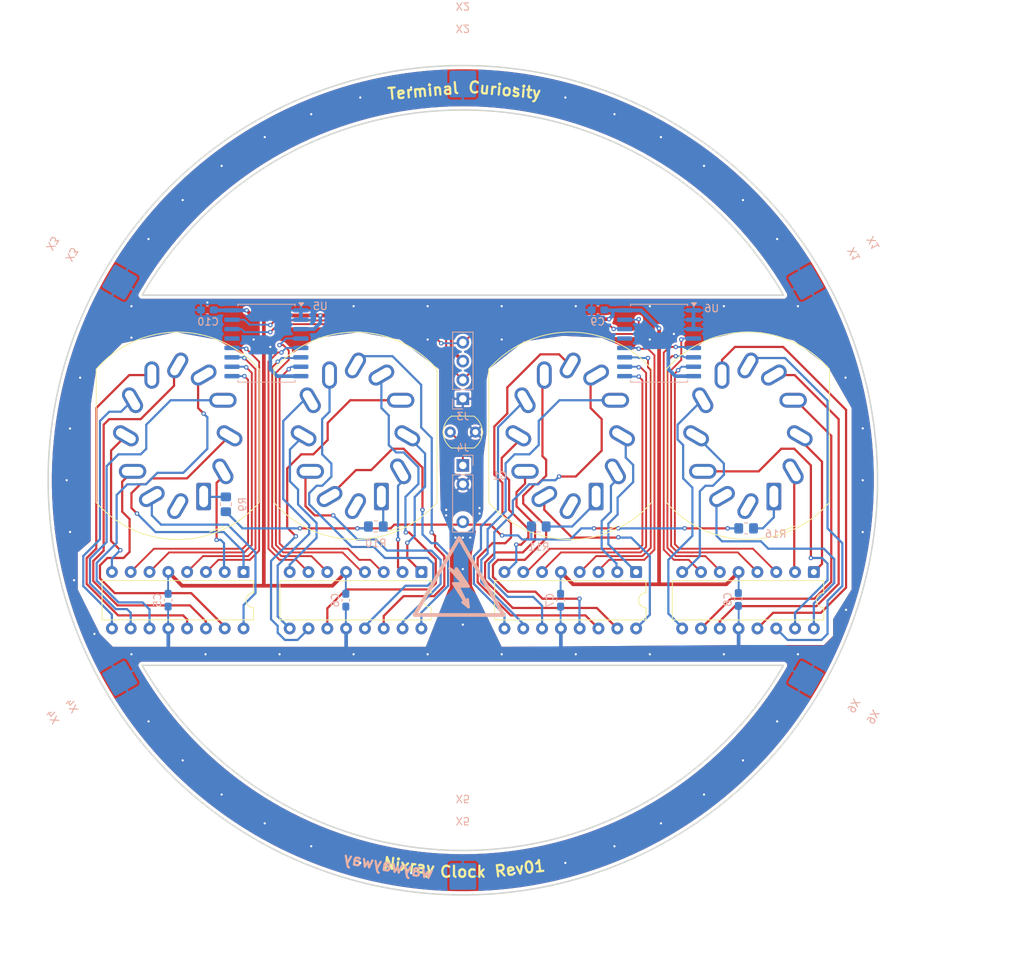
<source format=kicad_pcb>
(kicad_pcb (version 20241229) (generator "pcbnew") (generator_version "9.0")
  (title_block (title "Nixie Tube Panel") (rev "01") (company "Terminal Curiosity"))
  (layers (0 "F.Cu" signal) (2 "B.Cu" signal) (13 "F.Paste" user) (15 "B.Paste" user) (5 "F.SilkS" user "F.Silkscreen") (7 "B.SilkS" user "B.Silkscreen") (1 "F.Mask" user) (3 "B.Mask" user) (25 "Edge.Cuts" user))
  (net 0 "")
  (net 1 "GND")
  (net 2 "+5V")
  (net 3 "Net-(N3-'4')")
  (net 4 "Net-(N3-'3')")
  (net 5 "Net-(N3-'6')")
  (net 7 "Net-(N3-V+)")
  (net 8 "Net-(N3-'7')")
  (net 9 "Net-(N3-'0')")
  (net 10 "Net-(N3-'8')")
  (net 11 "Net-(N3-'1')")
  (net 12 "Net-(N3-'9')")
  (net 13 "Net-(N3-'2')")
  (net 14 "Net-(N3-'5')")
  (net 15 "Net-(N4-'6')")
  (net 17 "Net-(N4-'7')")
  (net 18 "Net-(N4-'5')")
  (net 19 "Net-(N4-'9')")
  (net 20 "Net-(N4-'1')")
  (net 21 "Net-(N4-V+)")
  (net 22 "Net-(N4-'0')")
  (net 23 "Net-(N4-'8')")
  (net 24 "Net-(N4-'3')")
  (net 25 "Net-(N4-'4')")
  (net 26 "Net-(N4-'2')")
  (net 27 "/+170V")
  (net 28 "Net-(U3-C)")
  (net 29 "Net-(U3-A)")
  (net 30 "Net-(U3-D)")
  (net 31 "Net-(U3-B)")
  (net 32 "Net-(U4-B)")
  (net 33 "Net-(U4-A)")
  (net 34 "Net-(U4-D)")
  (net 35 "Net-(U4-C)")
  (net 37 "Net-(N1-'9')")
  (net 38 "Net-(N1-'0')")
  (net 39 "Net-(U1-A)")
  (net 40 "Net-(U1-D)")
  (net 41 "Net-(U1-B)")
  (net 42 "Net-(U1-C)")
  (net 43 "Net-(N1-'3')")
  (net 44 "Net-(N1-'4')")
  (net 45 "Net-(N1-'8')")
  (net 46 "Net-(N1-'7')")
  (net 47 "Net-(N1-'5')")
  (net 48 "Net-(N1-'6')")
  (net 49 "Net-(N1-'2')")
  (net 50 "Net-(N1-'1')")
  (net 51 "Net-(N1-V+)")
  (net 53 "Net-(N2-V+)")
  (net 54 "Net-(N2-'0')")
  (net 55 "Net-(N2-'9')")
  (net 56 "Net-(N2-'8')")
  (net 57 "Net-(N2-'7')")
  (net 58 "Net-(N2-'6')")
  (net 59 "Net-(N2-'5')")
  (net 60 "Net-(N2-'4')")
  (net 61 "Net-(N2-'3')")
  (net 62 "Net-(N2-'2')")
  (net 63 "Net-(N2-'1')")
  (net 65 "Net-(U2-A)")
  (net 66 "Net-(U2-D)")
  (net 67 "Net-(U2-B)")
  (net 68 "Net-(U2-C)")
  (net 70 "Net-(J4-Pin_1)")
  (net 71 "Net-(J3-Pin_4)")
  (net 72 "Net-(J3-Pin_2)")
  (footprint "Package_DIP:DIP-16_W7.62mm" (layer "F.Cu") (at 153.4 112.4 -90)
    (property "Reference" "U3" (hide yes))
    (property "Value" "K155ID1")
  )
  (footprint "OptoDevice:R_LDR_5.1x4.3mm_P3.4mm_Vertical" (layer "F.Cu") (at 128.3 93.5)
    (property "Reference" "R18" (hide yes))
    (property "Value" "LDR07")
  )
  (footprint "TerminalCuriosityFootprints:in-12_nixie-tube-socket" (layer "F.Cu") (at 168.5 94)
    (property "Reference" "N4" (hide yes))
    (property "Value" "TUBE_IN-12A_Nixie")
  )
  (footprint "Package_DIP:DIP-16_W7.62mm" (layer "F.Cu") (at 100.39 112.39 -90)
    (property "Reference" "U1" (hide yes))
    (property "Value" "K155ID1")
  )
  (footprint "TerminalCuriosityFootprints:in-12_nixie-tube-socket" (layer "F.Cu") (at 144.5 94)
    (property "Reference" "N3" (hide yes))
    (property "Value" "TUBE_IN-12A_Nixie")
  )
  (footprint "TerminalCuriosityFootprints:in-12_nixie-tube-socket" (layer "F.Cu") (at 91.5 94)
    (property "Reference" "N1" (hide yes))
    (property "Value" "TUBE_IN-12A_Nixie")
  )
  (footprint "Package_DIP:DIP-16_W7.62mm" (layer "F.Cu") (at 124.4 112.4 -90)
    (property "Reference" "U2" (hide yes))
    (property "Value" "K155ID1")
  )
  (footprint "TerminalCuriosityFootprints:in-12_nixie-tube-socket" (layer "F.Cu") (at 115.5 94)
    (property "Reference" "N2" (hide yes))
    (property "Value" "TUBE_IN-12A_Nixie")
  )
  (footprint "Package_DIP:DIP-16_W7.62mm" (layer "F.Cu") (at 177.4 112.4 -90)
    (property "Reference" "U4" (hide yes))
    (property "Value" "K155ID1")
  )
  (footprint "TerminalCuriosityFootprints:CONN-Batt-Spring-SMD-3.5mmX3.5mm" (layer "B.Cu") (at 176.332359 126.75 -120)
    (property "Reference" "X6")
    (property "Value" "5230")
  )
  (footprint "Capacitor_SMD:C_0603_1608Metric_Pad1.08x0.95mm_HandSolder" (layer "B.Cu") (at 143.2 116.2 -90)
    (property "Reference" "C7")
    (property "Value" "100nF")
  )
  (footprint "Connector_PinHeader_2.54mm:PinHeader_1x04_P2.54mm_Vertical" (layer "B.Cu") (at 130 89)
    (property "Reference" "J3")
    (property "Value" "Conn_01x04_Pin")
  )
  (footprint "Capacitor_SMD:C_0603_1608Metric_Pad1.08x0.95mm_HandSolder" (layer "B.Cu") (at 95.5 77 180)
    (property "Reference" "C10")
    (property "Value" "100nF")
  )
  (footprint "TerminalCuriosityFootprints:CONN-Batt-Spring-SMD-3.5mmX3.5mm" (layer "B.Cu") (at 176.332359 73.25 -60)
    (property "Reference" "X1")
    (property "Value" "5230")
  )
  (footprint "Resistor_SMD:R_0805_2012Metric_Pad1.20x1.40mm_HandSolder" (layer "B.Cu") (at 98 103.25 -90)
    (property "Reference" "R9")
    (property "Value" "18K")
  )
  (footprint "Package_SO:SOIC-16W_7.5x10.3mm_P1.27mm" (layer "B.Cu") (at 156.5 81.5 180)
    (property "Reference" "U6")
    (property "Value" "PCF8574")
  )
  (footprint "Connector_PinHeader_2.54mm:PinHeader_1x04_P2.54mm_Vertical" (layer "B.Cu") (at 130 98 180)
    (property "Reference" "J4")
    (property "Value" "Conn_01x04_Pin")
  )
  (footprint "Capacitor_SMD:C_0603_1608Metric_Pad1.08x0.95mm_HandSolder" (layer "B.Cu") (at 114.2 116.2 -90)
    (property "Reference" "C6")
    (property "Value" "100nF")
  )
  (footprint "Package_SO:SOIC-16W_7.5x10.3mm_P1.27mm" (layer "B.Cu") (at 103.475 81.5 180)
    (property "Reference" "U5")
    (property "Value" "PCF8574")
  )
  (footprint "TerminalCuriosityFootprints:LABEL_HVWarning" (layer "B.Cu") (at 135.5 118.196153 180)
    (property "Reference" "G1")
    (property "Value" "LABEL_HVWarning")
  )
  (footprint "TerminalCuriosityFootprints:CONN-Batt-Spring-SMD-3.5mmX3.5mm" (layer "B.Cu") (at 130 46.5)
    (property "Reference" "X2")
    (property "Value" "5230")
  )
  (footprint "Resistor_SMD:R_0805_2012Metric_Pad1.20x1.40mm_HandSolder" (layer "B.Cu") (at 118.25 106.25 180)
    (property "Reference" "R10")
    (property "Value" "18K")
  )
  (footprint "TerminalCuriosityFootprints:CONN-Batt-Spring-SMD-3.5mmX3.5mm" (layer "B.Cu") (at 83.667641 126.75 120)
    (property "Reference" "X4")
    (property "Value" "5230")
  )
  (footprint "Capacitor_SMD:C_0603_1608Metric_Pad1.08x0.95mm_HandSolder" (layer "B.Cu") (at 90.2 116.2 -90)
    (property "Reference" "C5")
    (property "Value" "100nF")
  )
  (footprint "Capacitor_SMD:C_0603_1608Metric_Pad1.08x0.95mm_HandSolder" (layer "B.Cu") (at 167.2 116.105 -90)
    (property "Reference" "C8")
    (property "Value" "100nF")
  )
  (footprint "Capacitor_SMD:C_0603_1608Metric_Pad1.08x0.95mm_HandSolder" (layer "B.Cu") (at 148.25 77 180)
    (property "Reference" "C9")
    (property "Value" "100nF")
  )
  (footprint "TerminalCuriosityFootprints:CONN-Batt-Spring-SMD-3.5mmX3.5mm" (layer "B.Cu") (at 130 153.5)
    (property "Reference" "X5")
    (property "Value" "5230")
  )
  (footprint "Resistor_SMD:R_0805_2012Metric_Pad1.20x1.40mm_HandSolder" (layer "B.Cu") (at 140.25 106.25 180)
    (property "Reference" "R11")
    (property "Value" "18K")
  )
  (footprint "TerminalCuriosityFootprints:CONN-Batt-Spring-SMD-3.5mmX3.5mm" (layer "B.Cu") (at 83.667641 73.25 60)
    (property "Reference" "X3")
    (property "Value" "5230")
  )
  (footprint "Resistor_SMD:R_0805_2012Metric_Pad1.20x1.40mm_HandSolder" (layer "B.Cu") (at 168.25 106.5 180)
    (property "Reference" "R16")
    (property "Value" "18K")
  )
  (gr_arc (start 86.7 75) (mid 130 50) (end 173.3 75) (stroke (width 0.2)) (layer "Edge.Cuts"))
  (gr_circle (center 130 100) (end 186 100) (stroke (width 0.2)) (fill no) (layer "Edge.Cuts"))
  (gr_arc (start 173.3 125) (mid 130 150) (end 86.7 125) (stroke (width 0.2)) (layer "Edge.Cuts"))
  (gr_line (start 86.7 75) (end 173.3 75) (stroke (width 0.2)) (layer "Edge.Cuts"))
  (gr_line (start 173.3 125) (end 86.7 125) (stroke (width 0.2)) (layer "Edge.Cuts"))
  (gr_text "Clock" (at 126.75 153.75 0) (layer "F.SilkS") (effects (font (size 1.5 1.5) (thickness 0.3) (bold yes)) (justify left bottom)))
  (gr_text "Rev01" (at 134.25 153.75 7) (layer "F.SilkS") (effects (font (size 1.5 1.5) (thickness 0.3) (bold yes)) (justify left bottom)))
  (gr_text "Curiosity" (at 130.5 47.75 355) (layer "F.SilkS") (effects (font (size 1.5 1.5) (thickness 0.3) (bold yes)) (justify left bottom)))
  (gr_text "Nixray" (at 119 152.5 353) (layer "F.SilkS") (effects (font (size 1.5 1.5) (thickness 0.3) (bold yes)) (justify left bottom)))
  (gr_text "Terminal" (at 119.75 48.75 5) (layer "F.SilkS") (effects (font (size 1.5 1.5) (thickness 0.3) (bold yes)) (justify left bottom)))
  (gr_text "waywayway" (at 126 154 350) (layer "B.SilkS") (effects (font (size 1.5 1.5) (thickness 0.3) (bold yes)) (justify left bottom mirror)))
  (segment (start 167.24 120.02) (end 167.24 120.392) (width 0.25) (layer "F.Cu") (net 1))
  (via (at 181.677032 86.153181) (size 0.6) (drill 0.3) (layers "F.Cu" "B.Cu") (net 1))
  (via (at 87.555596 132.568736) (size 0.6) (drill 0.3) (layers "F.Cu" "B.Cu") (net 1))
  (via (at 184 107) (size 0.6) (drill 0.3) (layers "F.Cu" "B.Cu") (net 1))
  (via (at 155.25 81) (size 0.6) (drill 0.3) (layers "F.Cu" "B.Cu") (net 1))
  (via (at 162.568736 57.555596) (size 0.6) (drill 0.3) (layers "F.Cu" "B.Cu") (net 1))
  (via (at 175.25 76.5) (size 0.6) (drill 0.3) (layers "F.Cu" "B.Cu") (net 1))
  (via (at 76.9577 93.016849) (size 0.6) (drill 0.3) (layers "F.Cu" "B.Cu") (net 1))
  (via (at 116.153181 151.677032) (size 0.6) (drill 0.3) (layers "F.Cu" "B.Cu") (net 1))
  (via (at 165.25 76.5) (size 0.6) (drill 0.3) (layers "F.Cu" "B.Cu") (net 1))
  (via (at 104 82) (size 0.6) (drill 0.3) (layers "F.Cu" "B.Cu") (net 1))
  (via (at 92.169787 62.169787) (size 0.6) (drill 0.3) (layers "F.Cu" "B.Cu") (net 1))
  (via (at 92.169787 137.830213) (size 0.6) (drill 0.3) (layers "F.Cu" "B.Cu") (net 1))
  (via (at 80.25 120.75) (size 0.6) (drill 0.3) (layers "F.Cu" "B.Cu") (net 1))
  (via (at 167.830213 62.169787) (size 0.6) (drill 0.3) (layers "F.Cu" "B.Cu") (net 1))
  (via (at 143.846819 151.677032) (size 0.6) (drill 0.3) (layers "F.Cu" "B.Cu") (net 1))
  (via (at 125.25 81) (size 0.6) (drill 0.3) (layers "F.Cu" "B.Cu") (net 1))
  (via (at 150.473564 149.427555) (size 0.6) (drill 0.3) (layers "F.Cu" "B.Cu") (net 1))
  (via (at 115.25 123.5) (size 0.6) (drill 0.3) (layers "F.Cu" "B.Cu") (net 1))
  (via (at 101.75 81) (size 0.6) (drill 0.3) (layers "F.Cu" "B.Cu") (net 1))
  (via (at 125.25 123.5) (size 0.6) (drill 0.3) (layers "F.Cu" "B.Cu") (net 1))
  (via (at 136.983151 46.9577) (size 0.6) (drill 0.3) (layers "F.Cu" "B.Cu") (net 1))
  (via (at 135.25 81) (size 0.6) (drill 0.3) (layers "F.Cu" "B.Cu") (net 1))
  (via (at 127.75 104) (size 0.6) (drill 0.3) (layers "F.Cu" "B.Cu") (net 1))
  (via (at 136.983151 153.0423) (size 0.6) (drill 0.3) (layers "F.Cu" "B.Cu") (net 1))
  (via (at 155.25 123.5) (size 0.6) (drill 0.3) (layers "F.Cu" "B.Cu") (net 1))
  (via (at 76.5 100) (size 0.6) (drill 0.3) (layers "F.Cu" "B.Cu") (net 1))
  (via (at 97.431264 142.444404) (size 0.6) (drill 0.3) (layers "F.Cu" "B.Cu") (net 1))
  (via (at 76.9577 106.983151) (size 0.6) (drill 0.3) (layers "F.Cu" "B.Cu") (net 1))
  (via (at 162.568736 142.444404) (size 0.6) (drill 0.3) (layers "F.Cu" "B.Cu") (net 1))
  (via (at 103.25 146.332359) (size 0.6) (drill 0.3) (layers "F.Cu" "B.Cu") (net 1))
  (via (at 123.016849 46.9577) (size 0.6) (drill 0.3) (layers "F.Cu" "B.Cu") (net 1))
  (via (at 103.25 53.667641) (size 0.6) (drill 0.3) (layers "F.Cu" "B.Cu") (net 1))
  (via (at 95.25 123.5) (size 0.6) (drill 0.3) (layers "F.Cu" "B.Cu") (net 1))
  (via (at 135.25 76.5) (size 0.6) (drill 0.3) (layers "F.Cu" "B.Cu") (net 1))
  (via (at 109.526436 50.572445) (size 0.6) (drill 0.3) (layers "F.Cu" "B.Cu") (net 1))
  (via (at 78.322968 86.153181) (size 0.6) (drill 0.3) (layers "F.Cu" "B.Cu") (net 1))
  (via (at 135.25 123.5) (size 0.6) (drill 0.3) (layers "F.Cu" "B.Cu") (net 1))
  (via (at 87.555596 67.431264) (size 0.6) (drill 0.3) (layers "F.Cu" "B.Cu") (net 1))
  (via (at 115.25 76.5) (size 0.6) (drill 0.3) (layers "F.Cu" "B.Cu") (net 1))
  (via (at 175.25 123.5) (size 0.6) (drill 0.3) (layers "F.Cu" "B.Cu") (net 1))
  (via (at 109.526436 149.427555) (size 0.6) (drill 0.3) (layers "F.Cu" "B.Cu") (net 1))
  (via (at 95.5 76) (size 0.6) (drill 0.3) (layers "F.Cu" "B.Cu") (net 1))
  (via (at 105.25 123.5) (size 0.6) (drill 0.3) (layers "F.Cu" "B.Cu") (net 1))
  (via (at 85.25 123.5) (size 0.6) (drill 0.3) (layers "F.Cu" "B.Cu") (net 1))
  (via (at 85.25 80.75) (size 0.6) (drill 0.3) (layers "F.Cu" "B.Cu") (net 1))
  (via (at 167.830213 137.830213) (size 0.6) (drill 0.3) (layers "F.Cu" "B.Cu") (net 1))
  (via (at 172.444404 67.431264) (size 0.6) (drill 0.3) (layers "F.Cu" "B.Cu") (net 1))
  (via (at 131 107.75) (size 0.6) (drill 0.3) (layers "F.Cu" "B.Cu") (net 1))
  (via (at 172.444404 132.568736) (size 0.6) (drill 0.3) (layers "F.Cu" "B.Cu") (net 1))
  (via (at 155.25 76.5) (size 0.6) (drill 0.3) (layers "F.Cu" "B.Cu") (net 1))
  (via (at 125.25 76.5) (size 0.6) (drill 0.3) (layers "F.Cu" "B.Cu") (net 1))
  (via (at 85.25 76.5) (size 0.6) (drill 0.3) (layers "F.Cu" "B.Cu") (net 1))
  (via (at 184 93) (size 0.6) (drill 0.3) (layers "F.Cu" "B.Cu") (net 1))
  (via (at 184 100) (size 0.6) (drill 0.3) (layers "F.Cu" "B.Cu") (net 1))
  (via (at 150.473564 50.572445) (size 0.6) (drill 0.3) (layers "F.Cu" "B.Cu") (net 1))
  (via (at 156.75 53.667641) (size 0.6) (drill 0.3) (layers "F.Cu" "B.Cu") (net 1))
  (via (at 116.153181 48.322968) (size 0.6) (drill 0.3) (layers "F.Cu" "B.Cu") (net 1))
  (via (at 127.75 104.75) (size 0.6) (drill 0.3) (layers "F.Cu" "B.Cu") (net 1))
  (via (at 97.431264 57.555596) (size 0.6) (drill 0.3) (layers "F.Cu" "B.Cu") (net 1))
  (via (at 129 107.75) (size 0.6) (drill 0.3) (layers "F.Cu" "B.Cu") (net 1))
  (via (at 145.25 76.5) (size 0.6) (drill 0.3) (layers "F.Cu" "B.Cu") (net 1))
  (via (at 158.5 80.25) (size 0.6) (drill 0.3) (layers "F.Cu" "B.Cu") (net 1))
  (via (at 143.846819 48.322968) (size 0.6) (drill 0.3) (layers "F.Cu" "B.Cu") (net 1))
  (via (at 132.25 104.5) (size 0.6) (drill 0.3) (layers "F.Cu" "B.Cu") (net 1))
  (via (at 130 107.75) (size 0.6) (drill 0.3) (layers "F.Cu" "B.Cu") (net 1))
  (via (at 77.5 113.5) (size 0.6) (drill 0.3) (layers "F.Cu" "B.Cu") (net 1))
  (via (at 156.75 146.332359) (size 0.6) (drill 0.3) (layers "F.Cu" "B.Cu") (net 1))
  (via (at 130 119.5) (size 0.6) (drill 0.3) (layers "F.Cu" "B.Cu") (net 1))
  (via (at 130 112) (size 0.6) (drill 0.3) (layers "F.Cu" "B.Cu") (net 1))
  (via (at 132.25 103.75) (size 0.6) (drill 0.3) (layers "F.Cu" "B.Cu") (net 1))
  (via (at 145.25 123.5) (size 0.6) (drill 0.3) (layers "F.Cu" "B.Cu") (net 1))
  (via (at 123.016849 153.0423) (size 0.6) (drill 0.3) (layers "F.Cu" "B.Cu") (net 1))
  (via (at 165.25 123.5) (size 0.6) (drill 0.3) (layers "F.Cu" "B.Cu") (net 1))
  (via (at 181.75 117.5) (size 0.6) (drill 0.3) (layers "F.Cu" "B.Cu") (net 1))
  (segment (start 114.24 120.02) (end 114.24 120.01) (width 0.25) (layer "B.Cu") (net 1))
  (segment (start 167.25 119.93) (end 167.2 119.98) (width 0.25) (layer "B.Cu") (net 1))
  (segment (start 90.23 120.01) (end 90.23 122.75) (width 0.5) (layer "B.Cu") (net 1))
  (segment (start 157.75 85) (end 158.695 85.945) (width 0.5) (layer "B.Cu") (net 1))
  (segment (start 90.2 117.0625) (end 90.2 119.98) (width 0.25) (layer "B.Cu") (net 1))
  (segment (start 143.2 117.0625) (end 143.2 119.98) (width 0.25) (layer "B.Cu") (net 1))
  (segment (start 167.2 116.9675) (end 167.25 117.0175) (width 0.25) (layer "B.Cu") (net 1))
  (segment (start 114.24 120.01) (end 114.2 119.97) (width 0.25) (layer "B.Cu") (net 1))
  (segment (start 167.25 117.0175) (end 167.25 119.93) (width 0.25) (layer "B.Cu") (net 1))
  (segment (start 114.2 119.97) (end 114.2 117.0625) (width 0.25) (layer "B.Cu") (net 1))
  (segment (start 167.24 122.75) (end 167.24 120.02) (width 0.5) (layer "B.Cu") (net 1))
  (segment (start 157.75 81) (end 157.75 85) (width 0.5) (layer "B.Cu") (net 1))
  (segment (start 161.15 78.325) (end 161.15 77.055) (width 0.5) (layer "B.Cu") (net 1))
  (segment (start 161.15 78.325) (end 161.15 79.595) (width 0.5) (layer "B.Cu") (net 1))
  (segment (start 104.945 85.945) (end 104 85) (width 0.5) (layer "B.Cu") (net 1))
  (segment (start 114.24 122.99) (end 114.24 120.02) (width 0.5) (layer "B.Cu") (net 1))
  (segment (start 143.24 122.99) (end 143.24 120.02) (width 0.5) (layer "B.Cu") (net 1))
  (segment (start 158.695 85.945) (end 161.15 85.945) (width 0.5) (layer "B.Cu") (net 1))
  (segment (start 104 85) (end 104 82.6) (width 0.5) (layer "B.Cu") (net 1))
  (segment (start 158.5 80.25) (end 157.75 81) (width 0.5) (layer "B.Cu") (net 1))
  (segment (start 108.125 77.055) (end 108.125 78.325) (width 0.5) (layer "B.Cu") (net 1))
  (segment (start 114.25 123) (end 114.24 122.99) (width 0.25) (layer "B.Cu") (net 1))
  (segment (start 108.125 85.945) (end 104.945 85.945) (width 0.5) (layer "B.Cu") (net 1))
  (segment (start 144.891 114.051) (end 143.24 112.4) (width 0.5) (layer "F.Cu") (net 2))
  (segment (start 128.5 82.42) (end 128.5 78.25) (width 0.5) (layer "F.Cu") (net 2))
  (segment (start 132 78.25) (end 128.5 78.25) (width 0.5) (layer "F.Cu") (net 2))
  (segment (start 110.75 77.75) (end 103 77.75) (width 0.5) (layer "F.Cu") (net 2))
  (segment (start 149.75 78.25) (end 132 78.25) (width 0.5) (layer "F.Cu") (net 2))
  (segment (start 101.5 77.75) (end 103 77.75) (width 0.5) (layer "F.Cu") (net 2))
  (segment (start 165.589 114.051) (end 156.5 114.051) (width 0.5) (layer "F.Cu") (net 2))
  (segment (start 167.24 112.4) (end 165.589 114.051) (width 0.5) (layer "F.Cu") (net 2))
  (segment (start 92.09 114.25) (end 90.23 112.39) (width 0.5) (layer "F.Cu") (net 2))
  (segment (start 156.5 114.051) (end 144.891 114.051) (width 0.5) (layer "F.Cu") (net 2))
  (segment (start 103.127 109.758298) (end 103.127 77.877) (width 0.5) (layer "F.Cu") (net 2))
  (segment (start 114.24 112.4) (end 112.39 114.25) (width 0.5) (layer "F.Cu") (net 2))
  (segment (start 128 77.75) (end 128.5 78.25) (width 0.5) (layer "F.Cu") (net 2))
  (segment (start 110.75 77.75) (end 128 77.75) (width 0.5) (layer "F.Cu") (net 2))
  (segment (start 100.805 77.055) (end 101.5 77.75) (width 0.5) (layer "F.Cu") (net 2))
  (segment (start 103.127 114.25) (end 103.124 114.247) (width 0.5) (layer "F.Cu") (net 2))
  (segment (start 103.124 109.761298) (end 103.127 109.758298) (width 0.5) (layer "F.Cu") (net 2))
  (segment (start 103.124 114.247) (end 103.124 109.761298) (width 0.5) (layer "F.Cu") (net 2))
  (segment (start 128.5 82.42) (end 130 83.92) (width 0.5) (layer "F.Cu") (net 2))
  (segment (start 156.5 79.5) (end 156.5 114.051) (width 0.5) (layer "F.Cu") (net 2))
  (segment (start 103.127 77.877) (end 103 77.75) (width 0.5) (layer "F.Cu") (net 2))
  (segment (start 112.39 114.25) (end 92.09 114.25) (width 0.5) (layer "F.Cu") (net 2))
  (via (at 110.75 77.75) (size 0.6) (drill 0.3) (layers "F.Cu" "B.Cu") (net 2))
  (via (at 156.5 79.5) (size 0.6) (drill 0.3) (layers "F.Cu" "B.Cu") (net 2))
  (via (at 100.805 77.055) (size 0.6) (drill 0.3) (layers "F.Cu" "B.Cu") (net 2))
  (via (at 149.75 78.25) (size 0.6) (drill 0.3) (layers "F.Cu" "B.Cu") (net 2))
  (segment (start 110.75 77.75) (end 110.75 78.75) (width 0.5) (layer "B.Cu") (net 2))
  (segment (start 151.85 77.055) (end 149.1675 77.055) (width 0.5) (layer "B.Cu") (net 2))
  (segment (start 100.805 77.055) (end 98.825 77.055) (width 0.5) (layer "B.Cu") (net 2))
  (segment (start 154.055 77.055) (end 151.85 77.055) (width 0.5) (layer "B.Cu") (net 2))
  (segment (start 110.75 78.75) (end 109.905 79.595) (width 0.5) (layer "B.Cu") (net 2))
  (segment (start 98.825 77.055) (end 96.4175 77.055) (width 0.5) (layer "B.Cu") (net 2))
  (segment (start 143.2 115.3375) (end 143.2 112.44) (width 0.25) (layer "B.Cu") (net 2))
  (segment (start 167.25 115.1925) (end 167.25 112.41) (width 0.25) (layer "B.Cu") (net 2))
  (segment (start 109.905 79.595) (end 108.125 79.595) (width 0.5) (layer "B.Cu") (net 2))
  (segment (start 114.2 115.3375) (end 114.2 112.44) (width 0.25) (layer "B.Cu") (net 2))
  (segment (start 90.2 115.3375) (end 90.2 112.42) (width 0.25) (layer "B.Cu") (net 2))
  (segment (start 149.75 78.25) (end 150.25 77.75) (width 0.5) (layer "B.Cu") (net 2))
  (segment (start 150.25 77.75) (end 150.25 77.25) (width 0.5) (layer "B.Cu") (net 2))
  (segment (start 156.5 79.5) (end 154.055 77.055) (width 0.5) (layer "B.Cu") (net 2))
  (segment (start 135.62 120.02) (end 135.62 118.12) (width 0.3) (layer "B.Cu") (net 3))
  (segment (start 131.5 114) (end 131.5 110.25) (width 0.3) (layer "B.Cu") (net 3))
  (segment (start 131.5 110.25) (end 132.448 109.302) (width 0.3) (layer "B.Cu") (net 3))
  (segment (start 132.448 109.302) (end 132.448001 106.253587) (width 0.3) (layer "B.Cu") (net 3))
  (segment (start 134.75 103.951588) (end 134.75 92.85) (width 0.3) (layer "B.Cu") (net 3))
  (segment (start 132.448001 106.253587) (end 134.75 103.951588) (width 0.3) (layer "B.Cu") (net 3))
  (segment (start 134.75 92.85) (end 138.4 89.2) (width 0.3) (layer "B.Cu") (net 3))
  (segment (start 135.62 118.12) (end 131.5 114) (width 0.3) (layer "B.Cu") (net 3))
  (segment (start 136.25 104) (end 136.25 99.976288) (width 0.3) (layer "F.Cu") (net 4))
  (segment (start 138.849 107.727588) (end 138.849 106.599) (width 0.3) (layer "F.Cu") (net 4))
  (segment (start 138.849 106.599) (end 136.25 104) (width 0.3) (layer "F.Cu") (net 4))
  (segment (start 135.25 97) (end 137.5 94.75) (width 0.3) (layer "F.Cu") (net 4))
  (segment (start 137.215077 108.7) (end 137.876588 108.7) (width 0.3) (layer "F.Cu") (net 4))
  (segment (start 137.876588 108.7) (end 138.849 107.727588) (width 0.3) (layer "F.Cu") (net 4))
  (segment (start 137.5 94.75) (end 137.5 94) (width 0.3) (layer "F.Cu") (net 4))
  (segment (start 135.25 98.976288) (end 135.25 97) (width 0.3) (layer "F.Cu") (net 4))
  (segment (start 136.25 99.976288) (end 135.25 98.976288) (width 0.3) (layer "F.Cu") (net 4))
  (via (at 137.215077 108.7) (size 0.6) (drill 0.3) (layers "F.Cu" "B.Cu") (net 4))
  (segment (start 135.85 112.4) (end 135.62 112.4) (width 0.3) (layer "B.Cu") (net 4))
  (segment (start 137.215077 108.7) (end 137.215077 111.034923) (width 0.3) (layer "B.Cu") (net 4))
  (segment (start 137.215077 111.034923) (end 135.85 112.4) (width 0.3) (layer "B.Cu") (net 4))
  (segment (start 135.349 100.349494) (end 134.349 99.349494) (width 0.3) (layer "F.Cu") (net 5))
  (segment (start 136.475794 118.25) (end 132 113.774206) (width 0.3) (layer "F.Cu") (net 5))
  (segment (start 132 110.5) (end 134 108.5) (width 0.3) (layer "F.Cu") (net 5))
  (segment (start 135.349 104.599) (end 135.349 100.349494) (width 0.3) (layer "F.Cu") (net 5))
  (segment (start 143 83) (end 144.5 84.5) (width 0.3) (layer "F.Cu") (net 5))
  (segment (start 134.349 99.349494) (end 134.349001 99.349001) (width 0.3) (layer "F.Cu") (net 5))
  (segment (start 136 91) (end 136 87.473712) (width 0.3) (layer "F.Cu") (net 5))
  (segment (start 134.863661 108.5) (end 134.864661 108.501) (width 0.3) (layer "F.Cu") (net 5))
  (segment (start 148.32 120.02) (end 146.55 118.25) (width 0.3) (layer "F.Cu") (net 5))
  (segment (start 134.864661 108.501) (end 135.735339 108.501) (width 0.3) (layer "F.Cu") (net 5))
  (segment (start 135.736339 108.5) (end 135.75 108.5) (width 0.3) (layer "F.Cu") (net 5))
  (segment (start 132 113.774206) (end 132 110.5) (width 0.3) (layer "F.Cu") (net 5))
  (segment (start 134.25 92.75) (end 136 91) (width 0.3) (layer "F.Cu") (net 5))
  (segment (start 135.75 108.5) (end 136.5 107.75) (width 0.3) (layer "F.Cu") (net 5))
  (segment (start 134 108.5) (end 134.863661 108.5) (width 0.3) (layer "F.Cu") (net 5))
  (segment (start 134.349001 99.349001) (end 134.25 99.25) (width 0.3) (layer "F.Cu") (net 5))
  (segment (start 134.25 99.25) (end 134.25 92.75) (width 0.3) (layer "F.Cu") (net 5))
  (segment (start 136 87.473712) (end 140.473712 83) (width 0.3) (layer "F.Cu") (net 5))
  (segment (start 140.473712 83) (end 143 83) (width 0.3) (layer "F.Cu") (net 5))
  (segment (start 135.735339 108.501) (end 135.736339 108.5) (width 0.3) (layer "F.Cu") (net 5))
  (segment (start 136.5 105.75) (end 135.349 104.599) (width 0.3) (layer "F.Cu") (net 5))
  (segment (start 146.55 118.25) (end 136.475794 118.25) (width 0.3) (layer "F.Cu") (net 5))
  (segment (start 136.5 107.75) (end 136.5 105.75) (width 0.3) (layer "F.Cu") (net 5))
  (segment (start 148.3 102.5) (end 148 102.2) (width 0.3) (layer "B.Cu") (net 7))
  (segment (start 148 103) (end 148 102.2) (width 0.3) (layer "B.Cu") (net 7))
  (segment (start 144.75 106.25) (end 148 103) (width 0.3) (layer "B.Cu") (net 7))
  (segment (start 141.25 106.25) (end 144.75 106.25) (width 0.3) (layer "B.Cu") (net 7))
  (segment (start 147.25 90.25) (end 147.25 86.55) (width 0.3) (layer "F.Cu") (net 8))
  (segment (start 145.25 99.5) (end 145.375 99.375) (width 0.3) (layer "F.Cu") (net 8))
  (segment (start 147.25 86.55) (end 148 85.8) (width 0.3) (layer "F.Cu") (net 8))
  (segment (start 148.75 96) (end 148.75 91.75) (width 0.3) (layer "F.Cu") (net 8))
  (segment (start 148.75 91.75) (end 147.25 90.25) (width 0.3) (layer "F.Cu") (net 8))
  (segment (start 143 99.5) (end 145.25 99.5) (width 0.3) (layer "F.Cu") (net 8))
  (segment (start 145.375 99.375) (end 148.75 96) (width 0.3) (layer "F.Cu") (net 8))
  (via (at 143 99.5) (size 0.6) (drill 0.3) (layers "F.Cu" "B.Cu") (net 8))
  (segment (start 140.749999 100) (end 140.198999 100.551) (width 0.3) (layer "B.Cu") (net 8))
  (segment (start 143 99.5) (end 142.5 100) (width 0.3) (layer "B.Cu") (net 8))
  (segment (start 140.198999 100.551) (end 138.949 100.551) (width 0.3) (layer "B.Cu") (net 8))
  (segment (start 134.25 107) (end 134.25 110.5) (width 0.3) (layer "B.Cu") (net 8))
  (segment (start 138.949 100.551) (end 136.75 102.75) (width 0.3) (layer "B.Cu") (net 8))
  (segment (start 133.5 111.25) (end 133.5 113.166554) (width 0.3) (layer "B.Cu") (net 8))
  (segment (start 136.75 104.5) (end 134.25 107) (width 0.3) (layer "B.Cu") (net 8))
  (segment (start 133.5 113.166554) (end 136.083446 115.75) (width 0.3) (layer "B.Cu") (net 8))
  (segment (start 142.5 100) (end 140.749999 100) (width 0.3) (layer "B.Cu") (net 8))
  (segment (start 136.75 102.75) (end 136.75 104.5) (width 0.3) (layer "B.Cu") (net 8))
  (segment (start 136.083446 115.75) (end 139.5 115.75) (width 0.3) (layer "B.Cu") (net 8))
  (segment (start 134.25 110.5) (end 133.5 111.25) (width 0.3) (layer "B.Cu") (net 8))
  (segment (start 140.7 116.95) (end 140.7 120.02) (width 0.3) (layer "B.Cu") (net 8))
  (segment (start 139.5 115.75) (end 140.7 116.95) (width 0.3) (layer "B.Cu") (net 8))
  (segment (start 150.6 99.65) (end 150.6 98.8) (width 0.3) (layer "F.Cu") (net 9))
  (segment (start 150.75 111.25) (end 150.75 112.29) (width 0.3) (layer "B.Cu") (net 9))
  (segment (start 150 104.25) (end 148.75 105.5) (width 0.3) (layer "B.Cu") (net 9))
  (segment (start 150 100.75) (end 150 104.25) (width 0.3) (layer "B.Cu") (net 9))
  (segment (start 148.75 109.25) (end 150.75 111.25) (width 0.3) (layer "B.Cu") (net 9))
  (segment (start 148.75 105.5) (end 148.75 109.25) (width 0.3) (layer "B.Cu") (net 9))
  (segment (start 150.6 98.8) (end 150.6 100.15) (width 0.3) (layer "B.Cu") (net 9))
  (segment (start 150.75 112.29) (end 150.86 112.4) (width 0.3) (layer "B.Cu") (net 9))
  (segment (start 150.6 100.15) (end 150 100.75) (width 0.3) (layer "B.Cu") (net 9))
  (segment (start 139 96.5) (end 137 96.5) (width 0.3) (layer "B.Cu") (net 10))
  (segment (start 132.5 113.725794) (end 138.16 119.385794) (width 0.3) (layer "B.Cu") (net 10))
  (segment (start 137 96.5) (end 135.776 97.724) (width 0.3) (layer "B.Cu") (net 10))
  (segment (start 143.05 89.2) (end 140.25 92) (width 0.3) (layer "B.Cu") (net 10))
  (segment (start 150.6 89.2) (end 143.05 89.2) (width 0.3) (layer "B.Cu") (net 10))
  (segment (start 132.5 110.75) (end 132.5 113.725794) (width 0.3) (layer "B.Cu") (net 10))
  (segment (start 140.25 95.25) (end 139 96.5) (width 0.3) (layer "B.Cu") (net 10))
  (segment (start 138.16 119.385794) (end 138.16 120.02) (width 0.3) (layer "B.Cu") (net 10))
  (segment (start 133.349 106.626794) (end 133.349 109.901) (width 0.3) (layer "B.Cu") (net 10))
  (segment (start 140.25 92) (end 140.25 95.25) (width 0.3) (layer "B.Cu") (net 10))
  (segment (start 135.776 104.199794) (end 133.349 106.626794) (width 0.3) (layer "B.Cu") (net 10))
  (segment (start 133.349 109.901) (end 132.5 110.75) (width 0.3) (layer "B.Cu") (net 10))
  (segment (start 135.776 97.724) (end 135.776 104.199794) (width 0.3) (layer "B.Cu") (net 10))
  (segment (start 150.950003 107.75) (end 144.75 107.75) (width 0.3) (layer "F.Cu") (net 11))
  (segment (start 144.75 107.75) (end 141 104) (width 0.3) (layer "F.Cu") (net 11))
  (segment (start 151 107.700003) (end 150.950003 107.75) (width 0.3) (layer "F.Cu") (net 11))
  (segment (start 141 104) (end 141 102.2) (width 0.3) (layer "F.Cu") (net 11))
  (via (at 151 107.700003) (size 0.6) (drill 0.3) (layers "F.Cu" "B.Cu") (net 11))
  (segment (start 155.25 118.17) (end 153.4 120.02) (width 0.3) (layer "B.Cu") (net 11))
  (segment (start 155.25 110.25) (end 155.25 118.17) (width 0.3) (layer "B.Cu") (net 11))
  (segment (start 152.75 107.75) (end 155.25 110.25) (width 0.3) (layer "B.Cu") (net 11))
  (segment (start 151.049997 107.75) (end 152.75 107.75) (width 0.3) (layer "B.Cu") (net 11))
  (segment (start 151 107.700003) (end 151.049997 107.75) (width 0.3) (layer "B.Cu") (net 11))
  (segment (start 153.4 112.4) (end 149.651 108.651) (width 0.3) (layer "B.Cu") (net 12))
  (segment (start 153 100.247582) (end 153 97.9375) (width 0.3) (layer "B.Cu") (net 12))
  (segment (start 150.900999 102.346583) (end 153 100.247582) (width 0.3) (layer "B.Cu") (net 12))
  (segment (start 150.900999 104.623207) (end 150.900999 102.346583) (width 0.3) (layer "B.Cu") (net 12))
  (segment (start 149.651 105.873206) (end 150.900999 104.623207) (width 0.3) (layer "B.Cu") (net 12))
  (segment (start 152 94.5) (end 151.5 94) (width 0.3) (layer "B.Cu") (net 12))
  (segment (start 149.651 108.651) (end 149.651 105.873206) (width 0.3) (layer "B.Cu") (net 12))
  (segment (start 153 97.9375) (end 152 96.9375) (width 0.3) (layer "B.Cu") (net 12))
  (segment (start 152 96.9375) (end 152 94.5) (width 0.3) (layer "B.Cu") (net 12))
  (segment (start 148.09 117.25) (end 136.75 117.25) (width 0.3) (layer "F.Cu") (net 13))
  (segment (start 150.86 120.02) (end 148.09 117.25) (width 0.3) (layer "F.Cu") (net 13))
  (segment (start 137.25 101.612897) (end 138.4 100.462897) (width 0.3) (layer "F.Cu") (net 13))
  (segment (start 138.100794 109.75) (end 139.75 108.100794) (width 0.3) (layer "F.Cu") (net 13))
  (segment (start 139.75 108.100794) (end 139.75 106.024206) (width 0.3) (layer "F.Cu") (net 13))
  (segment (start 137.25 103.524206) (end 137.25 101.612897) (width 0.3) (layer "F.Cu") (net 13))
  (segment (start 136.75 117.25) (end 133 113.5) (width 0.3) (layer "F.Cu") (net 13))
  (segment (start 133 111.125) (end 134.375 109.75) (width 0.3) (layer "F.Cu") (net 13))
  (segment (start 133 113.5) (end 133 111.125) (width 0.3) (layer "F.Cu") (net 13))
  (segment (start 139.75 106.024206) (end 137.25 103.524206) (width 0.3) (layer "F.Cu") (net 13))
  (segment (start 134.375 109.75) (end 138.100794 109.75) (width 0.3) (layer "F.Cu") (net 13))
  (segment (start 138.4 100.462897) (end 138.4 98.8) (width 0.3) (layer "F.Cu") (net 13))
  (segment (start 141.25 99.388144) (end 141.25 97.25) (width 0.3) (layer "F.Cu") (net 14))
  (segment (start 145.75 116) (end 140.75 116) (width 0.3) (layer "F.Cu") (net 14))
  (segment (start 139.699 100.551) (end 140.087144 100.551) (width 0.3) (layer "F.Cu") (net 14))
  (segment (start 139.802 115.052) (end 136.052 115.052) (width 0.3) (layer "F.Cu") (net 14))
  (segment (start 134.151 111.373206) (end 134.150999 111.349001) (width 0.3) (layer "F.Cu") (net 14))
  (segment (start 140.75 86.05) (end 141 85.8) (width 0.3) (layer "F.Cu") (net 14))
  (segment (start 140.087144 100.551) (end 141.25 99.388144) (width 0.3) (layer "F.Cu") (net 14))
  (segment (start 140.75 116) (end 139.802 115.052) (width 0.3) (layer "F.Cu") (net 14))
  (segment (start 134.069001 111.455205) (end 134.151 111.373206) (width 0.3) (layer "F.Cu") (net 14))
  (segment (start 141.25 106.25) (end 138.151 103.151) (width 0.3) (layer "F.Cu") (net 14))
  (segment (start 141.25 97.25) (end 140.75 96.75) (width 0.3) (layer "F.Cu") (net 14))
  (segment (start 138.375 110.75) (end 141.25 107.875) (width 0.3) (layer "F.Cu") (net 14))
  (segment (start 140.75 96.75) (end 140.75 86.05) (width 0.3) (layer "F.Cu") (net 14))
  (segment (start 138.151 102.099) (end 139.699 100.551) (width 0.3) (layer "F.Cu") (net 14))
  (segment (start 141.25 107.875) (end 141.25 106.25) (width 0.3) (layer "F.Cu") (net 14))
  (segment (start 134.069 113.069) (end 134.069001 111.455205) (width 0.3) (layer "F.Cu") (net 14))
  (segment (start 136.052 115.052) (end 134.069 113.069) (width 0.3) (layer "F.Cu") (net 14))
  (segment (start 134.150999 111.349001) (end 134.75 110.75) (width 0.3) (layer "F.Cu") (net 14))
  (segment (start 138.151 103.151) (end 138.151 102.099) (width 0.3) (layer "F.Cu") (net 14))
  (segment (start 134.75 110.75) (end 138.375 110.75) (width 0.3) (layer "F.Cu") (net 14))
  (via (at 145.75 116) (size 0.6) (drill 0.3) (layers "F.Cu" "B.Cu") (net 14))
  (segment (start 141 85.8) (end 141 86.25) (width 0.3) (layer "B.Cu") (net 14))
  (segment (start 145.75 119.99) (end 145.78 120.02) (width 0.3) (layer "B.Cu") (net 14))
  (segment (start 145.75 116) (end 145.75 119.99) (width 0.3) (layer "B.Cu") (net 14))
  (segment (start 172.25 120.09) (end 172.25 120.25) (width 0.3) (layer "F.Cu") (net 15))
  (segment (start 172.32 120.02) (end 172.25 120.09) (width 0.3) (layer "F.Cu") (net 15))
  (segment (start 169.504055 83.495945) (end 173.495945 83.495945) (width 0.3) (layer "B.Cu") (net 15))
  (segment (start 173.871 121.571) (end 172.32 120.02) (width 0.3) (layer "B.Cu") (net 15))
  (segment (start 179.25 89.25) (end 179.25 106.5) (width 0.3) (layer "B.Cu") (net 15))
  (segment (start 179.25 116.274206) (end 179.25 120.75) (width 0.3) (layer "B.Cu") (net 15))
  (segment (start 179.25 120.75) (end 178.429 121.571) (width 0.3) (layer "B.Cu") (net 15))
  (segment (start 173.495945 83.495945) (end 179.25 89.25) (width 0.3) (layer "B.Cu") (net 15))
  (segment (start 181.25 114.274206) (end 179.25 116.274206) (width 0.3) (layer "B.Cu") (net 15))
  (segment (start 168.5 84.5) (end 169.504055 83.495945) (width 0.3) (layer "B.Cu") (net 15))
  (segment (start 178.429 121.571) (end 173.871 121.571) (width 0.3) (layer "B.Cu") (net 15))
  (segment (start 179.25 106.5) (end 181.25 108.5) (width 0.3) (layer "B.Cu") (net 15))
  (segment (start 181.25 108.5) (end 181.25 114.274206) (width 0.3) (layer "B.Cu") (net 15))
  (segment (start 180.75 114) (end 180.75 91.75) (width 0.3) (layer "F.Cu") (net 17))
  (segment (start 180.75 91.75) (end 174.8 85.8) (width 0.3) (layer "F.Cu") (net 17))
  (segment (start 174.8 85.8) (end 172 85.8) (width 0.3) (layer "F.Cu") (net 17))
  (segment (start 177.75 117) (end 180.75 114) (width 0.3) (layer "F.Cu") (net 17))
  (segment (start 164.7 119.05) (end 166.75 117) (width 0.3) (layer "F.Cu") (net 17))
  (segment (start 166.75 117) (end 177.75 117) (width 0.3) (layer "F.Cu") (net 17))
  (segment (start 164.7 120.02) (end 164.7 119.05) (width 0.3) (layer "F.Cu") (net 17))
  (segment (start 172.95 85.8) (end 172 85.8) (width 0.3) (layer "B.Cu") (net 17))
  (segment (start 181.75 114.5) (end 181.75 90.5) (width 0.3) (layer "F.Cu") (net 18))
  (segment (start 181.75 90.5) (end 173.25 82) (width 0.3) (layer "F.Cu") (net 18))
  (segment (start 166.75 82) (end 165 83.75) (width 0.3) (layer "F.Cu") (net 18))
  (segment (start 169.78 120.02) (end 171.899 117.901) (width 0.3) (layer "F.Cu") (net 18))
  (segment (start 171.899 117.901) (end 178.349 117.901) (width 0.3) (layer "F.Cu") (net 18))
  (segment (start 165 83.75) (end 165 85.8) (width 0.3) (layer "F.Cu") (net 18))
  (segment (start 178.349 117.901) (end 181.75 114.5) (width 0.3) (layer "F.Cu") (net 18))
  (segment (start 173.25 82) (end 166.75 82) (width 0.3) (layer "F.Cu") (net 18))
  (segment (start 175.5 94) (end 175.5 94.5) (width 0.3) (layer "F.Cu") (net 19))
  (segment (start 178.5 97.5) (end 178.5 111.3) (width 0.3) (layer "F.Cu") (net 19))
  (segment (start 175.5 94.5) (end 178.5 97.5) (width 0.3) (layer "F.Cu") (net 19))
  (segment (start 178.5 111.3) (end 177.4 112.4) (width 0.3) (layer "F.Cu") (net 19))
  (segment (start 177.4 120.02) (end 177.4 116.624207) (width 0.3) (layer "B.Cu") (net 20))
  (segment (start 171.25 109.25) (end 170.25 108.25) (width 0.3) (layer "B.Cu") (net 20))
  (segment (start 178.75 109.25) (end 171.25 109.25) (width 0.3) (layer "B.Cu") (net 20))
  (segment (start 165 108.25) (end 164.25 107.5) (width 0.3) (layer "B.Cu") (net 20))
  (segment (start 180.151 110.651) (end 178.75 109.25) (width 0.3) (layer "B.Cu") (net 20))
  (segment (start 164.25 107.5) (end 164.25 102.95) (width 0.3) (layer "B.Cu") (net 20))
  (segment (start 177.4 116.624207) (end 180.151 113.873207) (width 0.3) (layer "B.Cu") (net 20))
  (segment (start 170.25 108.25) (end 165 108.25) (width 0.3) (layer "B.Cu") (net 20))
  (segment (start 164.25 102.95) (end 165 102.2) (width 0.3) (layer "B.Cu") (net 20))
  (segment (start 180.151 113.873207) (end 180.151 110.651) (width 0.3) (layer "B.Cu") (net 20))
  (segment (start 172 105) (end 172 102.2) (width 0.3) (layer "B.Cu") (net 21))
  (segment (start 172.05 102.25) (end 172 102.2) (width 0.3) (layer "B.Cu") (net 21))
  (segment (start 170.5 106.5) (end 172 105) (width 0.3) (layer "B.Cu") (net 21))
  (segment (start 169.25 106.5) (end 170.5 106.5) (width 0.3) (layer "B.Cu") (net 21))
  (segment (start 174.75 112.29) (end 174.86 112.4) (width 0.3) (layer "F.Cu") (net 22))
  (segment (start 174.75 98.95) (end 174.75 112.29) (width 0.3) (layer "F.Cu") (net 22))
  (segment (start 174.6 98.8) (end 174.75 98.95) (width 0.3) (layer "F.Cu") (net 22))
  (segment (start 162.16 120.02) (end 166.18 116) (width 0.3) (layer "F.Cu") (net 23))
  (segment (start 166.18 116) (end 177.475794 116) (width 0.3) (layer "F.Cu") (net 23))
  (segment (start 179.75 113.725794) (end 179.75 94) (width 0.3) (layer "F.Cu") (net 23))
  (segment (start 174.95 89.2) (end 174.6 89.2) (width 0.3) (layer "F.Cu") (net 23))
  (segment (start 177.475794 116) (end 179.75 113.725794) (width 0.3) (layer "F.Cu") (net 23))
  (segment (start 179.75 94) (end 174.95 89.2) (width 0.3) (layer "F.Cu") (net 23))
  (segment (start 159.86 112.4) (end 159.62 112.4) (width 0.3) (layer "B.Cu") (net 24))
  (segment (start 162 101.5) (end 162 110.26) (width 0.3) (layer "B.Cu") (net 24))
  (segment (start 165.25 97.75) (end 165.25 99.276288) (width 0.3) (layer "B.Cu") (net 24))
  (segment (start 161.5 94) (end 165.25 97.75) (width 0.3) (layer "B.Cu") (net 24))
  (segment (start 163.776288 100.75) (end 162.75 100.75) (width 0.3) (layer "B.Cu") (net 24))
  (segment (start 162 110.26) (end 159.86 112.4) (width 0.3) (layer "B.Cu") (net 24))
  (segment (start 162.75 100.75) (end 162 101.5) (width 0.3) (layer "B.Cu") (net 24))
  (segment (start 165.25 99.276288) (end 163.776288 100.75) (width 0.3) (layer "B.Cu") (net 24))
  (segment (start 162.3 89.2) (end 159 92.5) (width 0.3) (layer "B.Cu") (net 25))
  (segment (start 157.75 118) (end 159.62 119.87) (width 0.3) (layer "B.Cu") (net 25))
  (segment (start 159.75 99.75) (end 161 101) (width 0.3) (layer "B.Cu") (net 25))
  (segment (start 161 101) (end 161 107.5) (width 0.3) (layer "B.Cu") (net 25))
  (segment (start 159.75 95.25) (end 159.75 99.75) (width 0.3) (layer "B.Cu") (net 25))
  (segment (start 161 107.5) (end 157.75 110.75) (width 0.3) (layer "B.Cu") (net 25))
  (segment (start 159 92.5) (end 159 94.5) (width 0.3) (layer "B.Cu") (net 25))
  (segment (start 159.62 119.87) (end 159.62 120.02) (width 0.3) (layer "B.Cu") (net 25))
  (segment (start 162.4 89.2) (end 162.3 89.2) (width 0.3) (layer "B.Cu") (net 25))
  (segment (start 157.75 110.75) (end 157.75 118) (width 0.3) (layer "B.Cu") (net 25))
  (segment (start 159 94.5) (end 159.75 95.25) (width 0.3) (layer "B.Cu") (net 25))
  (segment (start 174.75 95.75) (end 173 95.75) (width 0.3) (layer "F.Cu") (net 26))
  (segment (start 169.95 98.8) (end 162.4 98.8) (width 0.3) (layer "F.Cu") (net 26))
  (segment (start 173 95.75) (end 169.95 98.8) (width 0.3) (layer "F.Cu") (net 26))
  (segment (start 177 110.5) (end 177 98) (width 0.3) (layer "F.Cu") (net 26))
  (segment (start 177 98) (end 174.75 95.75) (width 0.3) (layer "F.Cu") (net 26))
  (via (at 177 110.5) (size 0.6) (drill 0.3) (layers "F.Cu" "B.Cu") (net 26))
  (segment (start 177 110.5) (end 178.5 110.5) (width 0.3) (layer "B.Cu") (net 26))
  (segment (start 179.25 113.500002) (end 174.86 117.890002) (width 0.3) (layer "B.Cu") (net 26))
  (segment (start 174.86 117.890002) (end 174.86 120.02) (width 0.3) (layer "B.Cu") (net 26))
  (segment (start 178.5 110.5) (end 179.25 111.25) (width 0.3) (layer "B.Cu") (net 26))
  (segment (start 179.25 111.25) (end 179.25 113.500002) (width 0.3) (layer "B.Cu") (net 26))
  (segment (start 120.25 106.5) (end 120.75 106) (width 0.3) (layer "F.Cu") (net 27))
  (segment (start 115.75 106.5) (end 120.25 106.5) (width 0.3) (layer "F.Cu") (net 27))
  (segment (start 133.75 106) (end 130.38 106) (width 0.3) (layer "F.Cu") (net 27))
  (segment (start 151 106.5) (end 147.7 106.5) (width 0.3) (layer "F.Cu") (net 27))
  (segment (start 159.95 106.5) (end 165.75 106.5) (width 0.3) (layer "F.Cu") (net 27))
  (segment (start 108 106.5) (end 115.75 106.5) (width 0.3) (layer "F.Cu") (net 27))
  (segment (start 120.75 106) (end 129.62 106) (width 0.3) (layer "F.Cu") (net 27))
  (segment (start 130.38 106) (end 130 105.62) (width 0.3) (layer "F.Cu") (net 27))
  (segment (start 135.3 107.45) (end 135.25 107.5) (width 0.3) (layer "F.Cu") (net 27))
  (segment (start 135.25 107.5) (end 133.75 106) (width 0.3) (layer "F.Cu") (net 27))
  (segment (start 129.62 106) (end 130 105.62) (width 0.3) (layer "F.Cu") (net 27))
  (via (at 159.95 106.5) (size 0.6) (drill 0.3) (layers "F.Cu" "B.Cu") (net 27))
  (via (at 135.3 107.45) (size 0.6) (drill 0.3) (layers "F.Cu" "B.Cu") (net 27))
  (via (at 147.7 106.5) (size 0.6) (drill 0.3) (layers "F.Cu" "B.Cu") (net 27))
  (via (at 151 106.5) (size 0.6) (drill 0.3) (layers "F.Cu" "B.Cu") (net 27))
  (via (at 108 106.5) (size 0.6) (drill 0.3) (layers "F.Cu" "B.Cu") (net 27))
  (via (at 115.75 106.5) (size 0.6) (drill 0.3) (layers "F.Cu" "B.Cu") (net 27))
  (via (at 165.75 106.5) (size 0.6) (drill 0.3) (layers "F.Cu" "B.Cu") (net 27))
  (segment (start 108 106.5) (end 107.186339 106.5) (width 0.3) (layer "B.Cu") (net 27))
  (segment (start 135.3 107.45) (end 137.45 107.45) (width 0.3) (layer "B.Cu") (net 27))
  (segment (start 137.45 107.45) (end 138 108) (width 0.3) (layer "B.Cu") (net 27))
  (segment (start 130 105.62) (end 130.12 105.62) (width 0.3) (layer "B.Cu") (net 27))
  (segment (start 138 108) (end 140.25 108) (width 0.3) (layer "B.Cu") (net 27))
  (segment (start 159.95 106.5) (end 151 106.5) (width 0.3) (layer "B.Cu") (net 27))
  (segment (start 140.25 108) (end 139.25 108) (width 0.3) (layer "B.Cu") (net 27))
  (segment (start 100.25 106.5) (end 98 104.25) (width 0.3) (layer "B.Cu") (net 27))
  (segment (start 117.025952 106.5) (end 117.512976 106.012976) (width 0.3) (layer "B.Cu") (net 27))
  (segment (start 115.75 106.5) (end 117.025952 106.5) (width 0.3) (layer "B.Cu") (net 27))
  (segment (start 130 105.62) (end 129.87 105.75) (width 0.3) (layer "B.Cu") (net 27))
  (segment (start 107.185339 106.499) (end 106.314661 106.499) (width 0.3) (layer "B.Cu") (net 27))
  (segment (start 106.313661 106.5) (end 100.25 106.5) (width 0.3) (layer "B.Cu") (net 27))
  (segment (start 146 106.5) (end 144.5 108) (width 0.3) (layer "B.Cu") (net 27))
  (segment (start 130.12 105.62) (end 130.5 106) (width 0.3) (layer "B.Cu") (net 27))
  (segment (start 139.25 108) (end 139.25 106.75) (width 0.3) (layer "B.Cu") (net 27))
  (segment (start 106.314661 106.499) (end 106.313661 106.5) (width 0.3) (layer "B.Cu") (net 27))
  (segment (start 144.5 108) (end 140.25 108) (width 0.3) (layer "B.Cu") (net 27))
  (segment (start 130.12 105.5) (end 130.62 106) (width 0.3) (layer "B.Cu") (net 27))
  (segment (start 165.75 106.5) (end 167.25 106.5) (width 0.3) (layer "B.Cu") (net 27))
  (segment (start 147.7 106.5) (end 146 106.5) (width 0.3) (layer "B.Cu") (net 27))
  (segment (start 107.186339 106.5) (end 107.185339 106.499) (width 0.3) (layer "B.Cu") (net 27))
  (segment (start 138.16 112.4) (end 138.6 112.4) (width 0.25) (layer "F.Cu") (net 28))
  (segment (start 141.75 109.25) (end 153.75 109.25) (width 0.25) (layer "F.Cu") (net 28))
  (segment (start 154.25 86.75) (end 154.25 86.5) (width 0.25) (layer "F.Cu") (net 28))
  (segment (start 154.25 86.5) (end 153.75 86) (width 0.25) (layer "F.Cu") (net 28))
  (segment (start 154.249 86.751) (end 154.25 86.75) (width 0.25) (layer "F.Cu") (net 28))
  (segment (start 138.6 112.4) (end 141.75 109.25) (width 0.25) (layer "F.Cu") (net 28))
  (segment (start 154.249 108.751) (end 154.249 86.751) (width 0.25) (layer "F.Cu") (net 28))
  (segment (start 153.75 109.25) (end 154.249 108.751) (width 0.25) (layer "F.Cu") (net 28))
  (segment (start 138.16 112.4) (end 138.475 112.4) (width 0.25) (layer "F.Cu") (net 28))
  (via (at 153.75 86) (size 0.6) (drill 0.3) (layers "F.Cu" "B.Cu") (net 28))
  (segment (start 151.85 85.945) (end 151.805 85.945) (width 0.25) (layer "B.Cu") (net 28))
  (segment (start 151.75 86) (end 153.75 86) (width 0.25) (layer "B.Cu") (net 28))
  (segment (start 151.805 85.945) (end 151.75 86) (width 0.25) (layer "B.Cu") (net 28))
  (segment (start 155.874 109.376) (end 155.874 83.124) (width 0.25) (layer "F.Cu") (net 29))
  (segment (start 155 82.25) (end 153.75 82.25) (width 0.25) (layer "F.Cu") (net 29))
  (segment (start 155.874 83.124) (end 155 82.25) (width 0.25) (layer "F.Cu") (net 29))
  (segment (start 148.32 112.4) (end 148.32 112.18) (width 0.25) (layer "F.Cu") (net 29))
  (segment (start 154.5 110.75) (end 155.874 109.376) (width 0.25) (layer "F.Cu") (net 29))
  (segment (start 149.75 110.75) (end 154.5 110.75) (width 0.25) (layer "F.Cu") (net 29))
  (segment (start 148.32 112.18) (end 149.75 110.75) (width 0.25) (layer "F.Cu") (net 29))
  (via (at 153.75 82.25) (size 0.6) (drill 0.3) (layers "F.Cu" "B.Cu") (net 29))
  (segment (start 153.635 82.135) (end 153.75 82.25) (width 0.25) (layer "B.Cu") (net 29))
  (segment (start 151.85 82.135) (end 153.635 82.135) (width 0.25) (layer "B.Cu") (net 29))
  (segment (start 155 83.5) (end 155 84.75) (width 0.25) (layer "F.Cu") (net 30))
  (segment (start 145.85 112.4) (end 145.78 112.4) (width 0.25) (layer "F.Cu") (net 30))
  (segment (start 148 110.25) (end 145.85 112.4) (width 0.25) (layer "F.Cu") (net 30))
  (segment (start 155 84.75) (end 155.373 85.123) (width 0.25) (layer "F.Cu") (net 30))
  (segment (start 154.25 110.25) (end 148 110.25) (width 0.25) (layer "F.Cu") (net 30))
  (segment (start 155.373 85.123) (end 155.373 109.127) (width 0.25) (layer "F.Cu") (net 30))
  (segment (start 155.373 109.127) (end 154.25 110.25) (width 0.25) (layer "F.Cu") (net 30))
  (via (at 155 83.5) (size 0.6) (drill 0.3) (layers "F.Cu" "B.Cu") (net 30))
  (segment (start 153.655 83.405) (end 151.85 83.405) (width 0.25) (layer "B.Cu") (net 30))
  (segment (start 145.75 112.37) (end 145.78 112.4) (width 0.25) (layer "B.Cu") (net 30))
  (segment (start 153.75 83.5) (end 153.655 83.405) (width 0.25) (layer "B.Cu") (net 30))
  (segment (start 155 83.5) (end 153.75 83.5) (width 0.25) (layer "B.Cu") (net 30))
  (segment (start 154.75 85.5) (end 154 84.75) (width 0.25) (layer "F.Cu") (net 31))
  (segment (start 154 109.75) (end 154.75 109) (width 0.25) (layer "F.Cu") (net 31))
  (segment (start 143.25 109.75) (end 154 109.75) (width 0.25) (layer "F.Cu") (net 31))
  (segment (start 140.7 112.3) (end 143.25 109.75) (width 0.25) (layer "F.Cu") (net 31))
  (segment (start 154.75 109) (end 154.75 85.5) (width 0.25) (layer "F.Cu") (net 31))
  (segment (start 154 84.75) (end 153.75 84.75) (width 0.25) (layer "F.Cu") (net 31))
  (segment (start 140.7 112.4) (end 140.7 112.3) (width 0.25) (layer "F.Cu") (net 31))
  (via (at 153.75 84.75) (size 0.6) (drill 0.3) (layers "F.Cu" "B.Cu") (net 31))
  (segment (start 153.675 84.675) (end 153.75 84.75) (width 0.25) (layer "B.Cu") (net 31))
  (segment (start 151.85 84.675) (end 153.675 84.675) (width 0.25) (layer "B.Cu") (net 31))
  (segment (start 157.627 109.127) (end 158.75 110.25) (width 0.25) (layer "F.Cu") (net 32))
  (segment (start 160.708521 110.249999) (end 162.749999 110.249999) (width 0.25) (layer "F.Cu") (net 32))
  (segment (start 160.341025 110.248999) (end 160.70752 110.248999) (width 0.25) (layer "F.Cu") (net 32))
  (segment (start 158.25 83.25) (end 157.627 83.873) (width 0.25) (layer "F.Cu") (net 32))
  (segment (start 164.7 112.2) (end 164.7 112.4) (width 0.25) (layer "F.Cu") (net 32))
  (segment (start 162.749999 110.249999) (end 164.7 112.2) (width 0.25) (layer "F.Cu") (net 32))
  (segment (start 160.70752 110.248999) (end 160.708521 110.249999) (width 0.25) (layer "F.Cu") (net 32))
  (segment (start 158.75 110.25) (end 160.340024 110.25) (width 0.25) (layer "F.Cu") (net 32))
  (segment (start 160.340024 110.25) (end 160.341025 110.248999) (width 0.25) (layer "F.Cu") (net 32))
  (segment (start 158.75 83.25) (end 158.25 83.25) (width 0.25) (layer "F.Cu") (net 32))
  (segment (start 157.627 83.873) (end 157.627 109.127) (width 0.25) (layer "F.Cu") (net 32))
  (via (at 158.75 83.25) (size 0.6) (drill 0.3) (layers "F.Cu" "B.Cu") (net 32))
  (segment (start 159.75 83.25) (end 159.905 83.405) (width 0.25) (layer "B.Cu") (net 32))
  (segment (start 159.905 83.405) (end 161.15 83.405) (width 0.25) (layer "B.Cu") (net 32))
  (segment (start 160.405 83.405) (end 161.15 83.405) (width 0.25) (layer "B.Cu") (net 32))
  (segment (start 158.75 83.25) (end 159.75 83.25) (width 0.25) (layer "B.Cu") (net 32))
  (segment (start 160.25 83.25) (end 160.405 83.405) (width 0.25) (layer "B.Cu") (net 32))
  (segment (start 158.629 85.581686) (end 158.629 108.629) (width 0.25) (layer "F.Cu") (net 33))
  (segment (start 159.246999 109.246999) (end 169.166999 109.246999) (width 0.25) (layer "F.Cu") (net 33))
  (segment (start 169.166999 109.246999) (end 172.32 112.4) (width 0.25) (layer "F.Cu") (net 33))
  (segment (start 159.065686 85.145) (end 158.629 85.581686) (width 0.25) (layer "F.Cu") (net 33))
  (segment (start 158.629 108.629) (end 159.246999 109.246999) (width 0.25) (layer "F.Cu") (net 33))
  (via (at 159.065686 85.145) (size 0.6) (drill 0.3) (layers "F.Cu" "B.Cu") (net 33))
  (segment (start 159.065686 85.145) (end 159.535686 84.675) (width 0.25) (layer "B.Cu") (net 33))
  (segment (start 159.535686 84.675) (end 161.15 84.675) (width 0.25) (layer "B.Cu") (net 33))
  (segment (start 160.132504 109.748999) (end 160.133505 109.747999) (width 0.25) (layer "F.Cu") (net 34))
  (segment (start 159.5 81) (end 159.5 83.75) (width 0.25) (layer "F.Cu") (net 34))
  (segment (start 160.91504 109.747999) (end 160.916041 109.748999) (width 0.25) (layer "F.Cu") (net 34))
  (segment (start 159.5 83.75) (end 158.128 85.122) (width 0.25) (layer "F.Cu") (net 34))
  (segment (start 158.128 85.122) (end 158.128 108.878) (width 0.25) (layer "F.Cu") (net 34))
  (segment (start 160.133505 109.747999) (end 160.91504 109.747999) (width 0.25) (layer "F.Cu") (net 34))
  (segment (start 158.998999 109.748999) (end 160.132504 109.748999) (width 0.25) (layer "F.Cu") (net 34))
  (segment (start 167.129 109.749) (end 169.78 112.4) (width 0.25) (layer "F.Cu") (net 34))
  (segment (start 160.916041 109.748999) (end 167.129 109.749) (width 0.25) (layer "F.Cu") (net 34))
  (segment (start 158.128 108.878) (end 158.998999 109.748999) (width 0.25) (layer "F.Cu") (net 34))
  (via (at 159.5 81) (size 0.6) (drill 0.3) (layers "F.Cu" "B.Cu") (net 34))
  (segment (start 161.15 80.865) (end 159.635 80.865) (width 0.25) (layer "B.Cu") (net 34))
  (segment (start 159.635 80.865) (end 159.5 81) (width 0.25) (layer "B.Cu") (net 34))
  (segment (start 162.15 112.4) (end 160.501 110.751) (width 0.25) (layer "F.Cu") (net 35))
  (segment (start 159.25 110.75) (end 158.5 110.75) (width 0.25) (layer "F.Cu") (net 35))
  (segment (start 158.5 110.75) (end 157.126 109.376) (width 0.25) (layer "F.Cu") (net 35))
  (segment (start 157.895991 82) (end 158.75 82) (width 0.25) (layer "F.Cu") (net 35))
  (segment (start 162.16 112.4) (end 162.15 112.4) (width 0.25) (layer "F.Cu") (net 35))
  (segment (start 157.126 82.769991) (end 157.895991 82) (width 0.25) (layer "F.Cu") (net 35))
  (segment (start 159.251 110.751) (end 159.25 110.75) (width 0.25) (layer "F.Cu") (net 35))
  (segment (start 157.126 109.376) (end 157.126 82.769991) (width 0.25) (layer "F.Cu") (net 35))
  (segment (start 160.501 110.751) (end 159.251 110.751) (width 0.25) (layer "F.Cu") (net 35))
  (via (at 158.75 82) (size 0.6) (drill 0.3) (layers "F.Cu" "B.Cu") (net 35))
  (segment (start 159.865 82) (end 160 82.135) (width 0.25) (layer "B.Cu") (net 35))
  (segment (start 160 82.135) (end 161.15 82.135) (width 0.25) (layer "B.Cu") (net 35))
  (segment (start 158.75 82) (end 159.865 82) (width 0.25) (layer "B.Cu") (net 35))
  (segment (start 87.199 100.551) (end 88 99.75) (width 0.3) (layer "F.Cu") (net 37))
  (segment (start 85.25 101.75) (end 86.449 100.551) (width 0.3) (layer "F.Cu") (net 37))
  (segment (start 86 104.5) (end 85.25 103.75) (width 0.3) (layer "F.Cu") (net 37))
  (segment (start 86.449 100.551) (end 87.199 100.551) (width 0.3) (layer "F.Cu") (net 37))
  (segment (start 88 99.75) (end 92.75 99.75) (width 0.3) (layer "F.Cu") (net 37))
  (segment (start 85.25 103.75) (end 85.25 101.75) (width 0.3) (layer "F.Cu") (net 37))
  (segment (start 92.75 99.75) (end 97.75 94.75) (width 0.3) (layer "F.Cu") (net 37))
  (via (at 86 104.5) (size 0.6) (drill 0.3) (layers "F.Cu" "B.Cu") (net 37))
  (segment (start 88.5 107) (end 97.721402 107) (width 0.3) (layer "B.Cu") (net 37))
  (segment (start 86 104.5) (end 88.5 107) (width 0.3) (layer "B.Cu") (net 37))
  (segment (start 97.721402 107) (end 100.39 109.668598) (width 0.3) (layer "B.Cu") (net 37))
  (segment (start 100.39 109.668598) (end 100.39 112.39) (width 0.3) (layer "B.Cu") (net 37))
  (segment (start 96.75 108.05) (end 96.75 100.351) (width 0.3) (layer "F.Cu") (net 38))
  (segment (start 97.6 99.501) (end 97.6 98.8) (width 0.3) (layer "F.Cu") (net 38))
  (segment (start 96.75 100.351) (end 97.6 99.501) (width 0.3) (layer "F.Cu") (net 38))
  (via (at 96.75 108.05) (size 0.6) (drill 0.3) (layers "F.Cu" "B.Cu") (net 38))
  (segment (start 97.75 112.29) (end 97.85 112.39) (width 0.3) (layer "B.Cu") (net 38))
  (segment (start 96.75 108.05) (end 97.3 108.05) (width 0.3) (layer "B.Cu") (net 38))
  (segment (start 97.3 108.05) (end 97.75 108.5) (width 0.3) (layer "B.Cu") (net 38))
  (segment (start 97.75 108.5) (end 97.75 112.29) (width 0.3) (layer "B.Cu") (net 38))
  (segment (start 101.208521 110.75) (end 101.20752 110.751) (width 0.25) (layer "F.Cu") (net 39))
  (segment (start 95.36 112.39) (end 95.31 112.39) (width 0.25) (layer "F.Cu") (net 39))
  (segment (start 100.75 82.25) (end 102.498 83.998) (width 0.25) (layer "F.Cu") (net 39))
  (segment (start 102.501 84.792479) (end 102.501 109.499) (width 0.25) (layer "F.Cu") (net 39))
  (segment (start 102.501 109.499) (end 101.25 110.75) (width 0.25) (layer "F.Cu") (net 39))
  (segment (start 102.498 84.789479) (end 102.501 84.792479) (width 0.25) (layer "F.Cu") (net 39))
  (segment (start 102.498 83.998) (end 102.498 84.789479) (width 0.25) (layer "F.Cu") (net 39))
  (segment (start 101.25 110.75) (end 101.208521 110.75) (width 0.25) (layer "F.Cu") (net 39))
  (segment (start 101.20752 110.751) (end 96.999 110.751) (width 0.25) (layer "F.Cu") (net 39))
  (segment (start 96.999 110.751) (end 95.36 112.39) (width 0.25) (layer "F.Cu") (net 39))
  (via (at 100.75 82.25) (size 0.6) (drill 0.3) (layers "F.Cu" "B.Cu") (net 39))
  (segment (start 98.825 82.135) (end 100.635 82.135) (width 0.25) (layer "B.Cu") (net 39))
  (segment (start 100.635 82.135) (end 100.75 82.25) (width 0.25) (layer "B.Cu") (net 39))
  (segment (start 102 85) (end 100.5 83.5) (width 0.25) (layer "F.Cu") (net 40))
  (segment (start 101 110.25) (end 102 109.25) (width 0.25) (layer "F.Cu") (net 40))
  (segment (start 94.91 110.25) (end 95 110.25) (width 0.25) (layer "F.Cu") (net 40))
  (segment (start 95 110.25) (end 101 110.25) (width 0.25) (layer "F.Cu") (net 40))
  (segment (start 92.77 112.39) (end 94.91 110.25) (width 0.25) (layer "F.Cu") (net 40))
  (segment (start 102 109.25) (end 102 85) (width 0.25) (layer "F.Cu") (net 40))
  (via (at 100.5 83.5) (size 0.6) (drill 0.3) (layers "F.Cu" "B.Cu") (net 40))
  (segment (start 100.405 83.405) (end 100.5 83.5) (width 0.25) (layer "B.Cu") (net 40))
  (segment (start 98.825 83.405) (end 100.405 83.405) (width 0.25) (layer "B.Cu") (net 40))
  (segment (start 100.5 109.75) (end 91 109.75) (width 0.25) (layer "F.Cu") (net 41))
  (segment (start 101.5 108.75) (end 100.5 109.75) (width 0.25) (layer "F.Cu") (net 41))
  (segment (start 101.5 85.5) (end 101.5 108.75) (width 0.25) (layer "F.Cu") (net 41))
  (segment (start 87.69 112.39) (end 87.69 112.31) (width 0.25) (layer "F.Cu") (net 41))
  (segment (start 90.33 109.75) (end 91 109.75) (width 0.25) (layer "F.Cu") (net 41))
  (segment (start 100.75 84.75) (end 101.5 85.5) (width 0.25) (layer "F.Cu") (net 41))
  (segment (start 87.69 112.39) (end 90.33 109.75) (width 0.25) (layer "F.Cu") (net 41))
  (via (at 100.75 84.75) (size 0.6) (drill 0.3) (layers "F.Cu" "B.Cu") (net 41))
  (segment (start 98.825 84.675) (end 100.675 84.675) (width 0.25) (layer "B.Cu") (net 41))
  (segment (start 100.675 84.675) (end 100.75 84.75) (width 0.25) (layer "B.Cu") (net 41))
  (segment (start 85.36 112.39) (end 85.15 112.39) (width 0.25) (layer "F.Cu") (net 42))
  (segment (start 100.25 109.25) (end 88.29 109.25) (width 0.25) (layer "F.Cu") (net 42))
  (segment (start 101 108.5) (end 100.25 109.25) (width 0.25) (layer "F.Cu") (net 42))
  (segment (start 100.5 85.945) (end 101 86.445) (width 0.25) (layer "F.Cu") (net 42))
  (segment (start 88.29 109.25) (end 85.15 112.39) (width 0.25) (layer "F.Cu") (net 42))
  (segment (start 101 86.445) (end 101 108.5) (width 0.25) (layer "F.Cu") (net 42))
  (via (at 100.5 85.945) (size 0.6) (drill 0.3) (layers "F.Cu" "B.Cu") (net 42))
  (segment (start 100.5 85.945) (end 98.825 85.945) (width 0.25) (layer "B.Cu") (net 42))
  (segment (start 84.5 94) (end 82.5 96) (width 0.3) (layer "F.Cu") (net 43))
  (segment (start 82.61 112.39) (end 82.5 112.28) (width 0.3) (layer "F.Cu") (net 43))
  (segment (start 82.5 96) (end 82.5 108.202416) (width 0.3) (layer "F.Cu") (net 43))
  (segment (start 82.5 108.202416) (end 83.748584 109.451) (width 0.3) (layer "F.Cu") (net 43))
  (via (at 83.748584 109.451) (size 0.6) (drill 0.3) (layers "F.Cu" "B.Cu") (net 43))
  (segment (start 83.748584 109.451416) (end 82.61 110.59) (width 0.3) (layer "B.Cu") (net 43))
  (segment (start 82.86 112.39) (end 82.61 112.39) (width 0.3) (layer "B.Cu") (net 43))
  (segment (start 82.61 112.14) (end 82.86 112.39) (width 0.3) (layer "B.Cu") (net 43))
  (segment (start 82.61 110.59) (end 82.61 112.14) (width 0.3) (layer "B.Cu") (net 43))
  (segment (start 83.748584 109.451) (end 83.748584 109.451416) (width 0.3) (layer "B.Cu") (net 43))
  (segment (start 85.4 89.2) (end 84.7 88.5) (width 0.3) (layer "F.Cu") (net 44))
  (segment (start 78.750002 114.298414) (end 82.61 118.158412) (width 0.3) (layer "B.Cu") (net 44))
  (segment (start 83.85 90.75) (end 82.25 90.75) (width 0.3) (layer "B.Cu") (net 44))
  (segment (start 81 107.975794) (end 78.75 110.225794) (width 0.3) (layer "B.Cu") (net 44))
  (segment (start 78.75 110.225794) (end 78.750002 113.750002) (width 0.3) (layer "B.Cu") (net 44))
  (segment (start 85.4 89.2) (end 83.85 90.75) (width 0.3) (layer "B.Cu") (net 44))
  (segment (start 82.25 90.75) (end 81 92) (width 0.3) (layer "B.Cu") (net 44))
  (segment (start 82.61 118.158412) (end 82.61 120.01) (width 0.3) (layer "B.Cu") (net 44))
  (segment (start 78.750002 113.750002) (end 78.75 113.75) (width 0.3) (layer "B.Cu") (net 44))
  (segment (start 78.75 113.75) (end 78.750002 114.298414) (width 0.3) (layer "B.Cu") (net 44))
  (segment (start 81 92) (end 81 107.975794) (width 0.3) (layer "B.Cu") (net 44))
  (segment (start 85.15 119.9) (end 85.15 120.01) (width 0.3) (layer "F.Cu") (net 45))
  (segment (start 87.25 92.5) (end 87.25 95.75) (width 0.3) (layer "B.Cu") (net 45))
  (segment (start 84.651 117.401) (end 85.15 117.9) (width 0.3) (layer "B.Cu") (net 45))
  (segment (start 83.126794 117.401) (end 84.651 117.401) (width 0.3) (layer "B.Cu") (net 45))
  (segment (start 83.5 96.5) (end 81.901 98.099) (width 0.3) (layer "B.Cu") (net 45))
  (segment (start 87.25 95.75) (end 86.5 96.5) (width 0.3) (layer "B.Cu") (net 45))
  (segment (start 81.901 98.099) (end 81.901 108.349) (width 0.3) (layer "B.Cu") (net 45))
  (segment (start 79.651001 113.925207) (end 83.126794 117.401) (width 0.3) (layer "B.Cu") (net 45))
  (segment (start 97.6 89.2) (end 90.55 89.2) (width 0.3) (layer "B.Cu") (net 45))
  (segment (start 90.55 89.2) (end 87.25 92.5) (width 0.3) (layer "B.Cu") (net 45))
  (segment (start 79.651 110.599) (end 79.651001 113.925207) (width 0.3) (layer "B.Cu") (net 45))
  (segment (start 81.901 108.349) (end 79.651 110.599) (width 0.3) (layer "B.Cu") (net 45))
  (segment (start 86.5 96.5) (end 83.5 96.5) (width 0.3) (layer "B.Cu") (net 45))
  (segment (start 85.15 117.9) (end 85.15 120.01) (width 0.3) (layer "B.Cu") (net 45))
  (segment (start 94.25 90.25) (end 94.25 86.55) (width 0.3) (layer "F.Cu") (net 46))
  (segment (start 95 91) (end 94.25 90.25) (width 0.3) (layer "F.Cu") (net 46))
  (segment (start 94.25 86.55) (end 95 85.8) (width 0.3) (layer "F.Cu") (net 46))
  (via (at 95 91) (size 0.6) (drill 0.3) (layers "F.Cu" "B.Cu") (net 46))
  (segment (start 87.69 120.01) (end 87.69 117.44) (width 0.3) (layer "B.Cu") (net 46))
  (segment (start 87.199 100.551) (end 88.75 99) (width 0.3) (layer "B.Cu") (net 46))
  (segment (start 95.5 95.75) (end 95.5 91.5) (width 0.3) (layer "B.Cu") (net 46))
  (segment (start 88.75 99) (end 92.25 99) (width 0.3) (layer "B.Cu") (net 46))
  (segment (start 95 85.8) (end 95 86.25) (width 0.3) (layer "B.Cu") (net 46))
  (segment (start 83.25 108.463661) (end 83.25 102) (width 0.3) (layer "B.Cu") (net 46))
  (segment (start 87.69 117.44) (end 86.75 116.5) (width 0.3) (layer "B.Cu") (net 46))
  (segment (start 83.5 116.5) (end 80.552 113.552) (width 0.3) (layer "B.Cu") (net 46))
  (segment (start 86.75 116.5) (end 83.5 116.5) (width 0.3) (layer "B.Cu") (net 46))
  (segment (start 95.5 91.5) (end 95 91) (width 0.3) (layer "B.Cu") (net 46))
  (segment (start 80.552 111.161661) (end 83.25 108.463661) (width 0.3) (layer "B.Cu") (net 46))
  (segment (start 83.25 102) (end 84.699 100.551) (width 0.3) (layer "B.Cu") (net 46))
  (segment (start 80.552 113.552) (end 80.552 111.161661) (width 0.3) (layer "B.Cu") (net 46))
  (segment (start 92.25 99) (end 95.5 95.75) (width 0.3) (layer "B.Cu") (net 46))
  (segment (start 84.699 100.551) (end 87.199 100.551) (width 0.3) (layer "B.Cu") (net 46))
  (segment (start 92.77 118.794206) (end 92.77 120.01) (width 0.3) (layer "F.Cu") (net 47))
  (segment (start 92.225794 118.25) (end 92.77 118.794206) (width 0.3) (layer "F.Cu") (net 47))
  (segment (start 79.198001 113.996413) (end 83.451588 118.25) (width 0.3) (layer "F.Cu") (net 47))
  (segment (start 88 85.8) (end 84.95 85.8) (width 0.3) (layer "F.Cu") (net 47))
  (segment (start 83.451588 118.25) (end 92.225794 118.25) (width 0.3) (layer "F.Cu") (net 47))
  (segment (start 79.198 110.527794) (end 79.198001 113.996413) (width 0.3) (layer "F.Cu") (net 47))
  (segment (start 80.5 109.225794) (end 79.198 110.527794) (width 0.3) (layer "F.Cu") (net 47))
  (segment (start 88 85.8) (end 88 84.25) (width 0.3) (layer "F.Cu") (net 47))
  (segment (start 80.5 90.25) (end 80.5 109.225794) (width 0.3) (layer "F.Cu") (net 47))
  (segment (start 84.95 85.8) (end 80.5 90.25) (width 0.3) (layer "F.Cu") (net 47))
  (segment (start 93.151 116.901) (end 95.31 119.06) (width 0.3) (layer "F.Cu") (net 48))
  (segment (start 86.5 91.75) (end 82.25 91.75) (width 0.3) (layer "F.Cu") (net 48))
  (segment (start 91 85) (end 91 87.25) (width 0.3) (layer "F.Cu") (net 48))
  (segment (start 80.099 113.623206) (end 83.376794 116.901) (width 0.3) (layer "F.Cu") (net 48))
  (segment (start 95.31 119.06) (end 95.31 120.01) (width 0.3) (layer "F.Cu") (net 48))
  (segment (start 80.099 110.901) (end 80.099 113.623206) (width 0.3) (layer "F.Cu") (net 48))
  (segment (start 82.25 91.75) (end 81.5 92.5) (width 0.3) (layer "F.Cu") (net 48))
  (segment (start 83.376794 116.901) (end 93.151 116.901) (width 0.3) (layer "F.Cu") (net 48))
  (segment (start 81.5 109.5) (end 80.099 110.901) (width 0.3) (layer "F.Cu") (net 48))
  (segment (start 91 87.25) (end 86.5 91.75) (width 0.3) (layer "F.Cu") (net 48))
  (segment (start 91.5 84.5) (end 91 85) (width 0.3) (layer "F.Cu") (net 48))
  (segment (start 81.5 92.5) (end 81.5 109.5) (width 0.3) (layer "F.Cu") (net 48))
  (segment (start 84 100.2) (end 85.4 98.8) (width 0.3) (layer "F.Cu") (net 49))
  (segment (start 83.312245 110.5) (end 83.313245 110.501) (width 0.3) (layer "F.Cu") (net 49))
  (segment (start 82 110.5) (end 83.312245 110.5) (width 0.3) (layer "F.Cu") (net 49))
  (segment (start 83 115.25) (end 81 113.25) (width 0.3) (layer "F.Cu") (net 49))
  (segment (start 83.313245 110.501) (end 84.183923 110.501) (width 0.3) (layer "F.Cu") (net 49))
  (segment (start 81 113.25) (end 81 111.5) (width 0.3) (layer "F.Cu") (net 49))
  (segment (start 84 104.25) (end 84 100.2) (width 0.3) (layer "F.Cu") (net 49))
  (segment (start 93.322481 115.25) (end 83 115.25) (width 0.3) (layer "F.Cu") (net 49))
  (segment (start 84.45 98.8) (end 85.4 98.8) (width 0.3) (layer "F.Cu") (net 49))
  (segment (start 97.85 120.01) (end 97.85 119.777519) (width 0.3) (layer "F.Cu") (net 49))
  (segment (start 81 111.5) (end 82 110.5) (width 0.3) (layer "F.Cu") (net 49))
  (segment (start 85 109.684923) (end 85 105.25) (width 0.3) (layer "F.Cu") (net 49))
  (segment (start 84.183923 110.501) (end 85 109.684923) (width 0.3) (layer "F.Cu") (net 49))
  (segment (start 97.85 119.777519) (end 93.322481 115.25) (width 0.3) (layer "F.Cu") (net 49))
  (segment (start 85 105.25) (end 84 104.25) (width 0.3) (layer "F.Cu") (net 49))
  (segment (start 97.85 119.9) (end 98 119.75) (width 0.3) (layer "B.Cu") (net 49))
  (segment (start 97.85 120.01) (end 97.85 119.9) (width 0.3) (layer "B.Cu") (net 49))
  (segment (start 102 115.25) (end 102 109.75) (width 0.3) (layer "B.Cu") (net 50))
  (segment (start 100.39 116.86) (end 102 115.25) (width 0.3) (layer "B.Cu") (net 50))
  (segment (start 89.25 106) (end 88 104.75) (width 0.3) (layer "B.Cu") (net 50))
  (segment (start 100.39 120.01) (end 100.39 116.86) (width 0.3) (layer "B.Cu") (net 50))
  (segment (start 88 104.75) (end 88 102.2) (width 0.3) (layer "B.Cu") (net 50))
  (segment (start 102 109.75) (end 98.25 106) (width 0.3) (layer "B.Cu") (net 50))
  (segment (start 98.25 106) (end 89.25 106) (width 0.3) (layer "B.Cu") (net 50))
  (segment (start 98 102.25) (end 95.05 102.25) (width 0.3) (layer "B.Cu") (net 51))
  (segment (start 95.05 102.25) (end 95 102.2) (width 0.3) (layer "B.Cu") (net 51))
  (segment (start 94.75 102.45) (end 95 102.2) (width 0.3) (layer "B.Cu") (net 51))
  (segment (start 119.25 105.75) (end 119.25 102.45) (width 0.3) (layer "B.Cu") (net 53))
  (segment (start 119.25 102.45) (end 119 102.2) (width 0.3) (layer "B.Cu") (net 53))
  (segment (start 121.86 112.4) (end 121.86 112.39) (width 0.3) (layer "F.Cu") (net 54))
  (segment (start 122 99.2) (end 121.6 98.8) (width 0.3) (layer "F.Cu") (net 54))
  (segment (start 121.5 112.03) (end 121.86 112.39) (width 0.3) (layer "F.Cu") (net 54))
  (segment (start 121.87 112.39) (end 121.86 112.39) (width 0.3) (layer "F.Cu") (net 54))
  (segment (start 121.25 108.05361) (end 121.25 111.77) (width 0.3) (layer "F.Cu") (net 54))
  (segment (start 121.25 111.77) (end 121.87 112.39) (width 0.3) (layer "F.Cu") (net 54))
  (segment (start 121.6 98.8) (end 121.6 98.85) (width 0.3) (layer "F.Cu") (net 54))
  (segment (start 121.6 98.85) (end 121.5 98.95) (width 0.3) (layer "F.Cu") (net 54))
  (via (at 121.25 108) (size 0.6) (drill 0.3) (layers "F.Cu" "B.Cu") (net 54))
  (segment (start 121.75 100.25) (end 121.75 98.95) (width 0.3) (layer "B.Cu") (net 54))
  (segment (start 121.25 100.75) (end 121.75 100.25) (width 0.3) (layer "B.Cu") (net 54))
  (segment (start 121.25 108.05361) (end 121.25 100.75) (width 0.3) (layer "B.Cu") (net 54))
  (segment (start 121.75 98.95) (end 121.6 98.8) (width 0.3) (layer "B.Cu") (net 54))
  (segment (start 122.5 110.5) (end 124.4 112.4) (width 0.3) (layer "F.Cu") (net 55))
  (segment (start 122.5 108.45) (end 122.5 110.5) (width 0.3) (layer "F.Cu") (net 55))
  (via (at 122.5 108.45) (size 0.6) (drill 0.3) (layers "F.Cu" "B.Cu") (net 55))
  (segment (start 122.55 108.45) (end 123.5 107.5) (width 0.3) (layer "B.Cu") (net 55))
  (segment (start 124.4 112.15) (end 124.4 112.4) (width 0.3) (layer "B.Cu") (net 55))
  (segment (start 124.901 100.873206) (end 124.901 96.400999) (width 0.3) (layer "B.Cu") (net 55))
  (segment (start 122.5 108.45) (end 122.55 108.45) (width 0.3) (layer "B.Cu") (net 55))
  (segment (start 124.901 96.400999) (end 122.5 94) (width 0.3) (layer "B.Cu") (net 55))
  (segment (start 123.5 102.274206) (end 124.901 100.873206) (width 0.3) (layer "B.Cu") (net 55))
  (segment (start 123.5 107.5) (end 123.5 102.274206) (width 0.3) (layer "B.Cu") (net 55))
  (segment (start 124.25 112) (end 124.4 112.15) (width 0.3) (layer "B.Cu") (net 55))
  (segment (start 114.8 89.2) (end 121.6 89.2) (width 0.3) (layer "F.Cu") (net 56))
  (segment (start 111.75 92.25) (end 114.8 89.2) (width 0.3) (layer "F.Cu") (net 56))
  (segment (start 111.75 94.568507) (end 111.75 92.25) (width 0.3) (layer "F.Cu") (net 56))
  (segment (start 108.186856 96.5) (end 109.818507 96.5) (width 0.3) (layer "F.Cu") (net 56))
  (segment (start 107.449035 107.566039) (end 106.281 106.398004) (width 0.3) (layer "F.Cu") (net 56))
  (segment (start 106.281 98.405856) (end 108.186856 96.5) (width 0.3) (layer "F.Cu") (net 56))
  (segment (start 106.281 106.398004) (end 106.281 98.405856) (width 0.3) (layer "F.Cu") (net 56))
  (segment (start 109.818507 96.5) (end 111.75 94.568507) (width 0.3) (layer "F.Cu") (net 56))
  (via (at 107.449035 107.566039) (size 0.6) (drill 0.3) (layers "F.Cu" "B.Cu") (net 56))
  (segment (start 104.099 118.773206) (end 105 119.674206) (width 0.3) (layer "B.Cu") (net 56))
  (segment (start 107.449035 107.566039) (end 106.296074 108.719) (width 0.3) (layer "B.Cu") (net 56))
  (segment (start 109.16 120.09) (end 109.16 120.02) (width 0.3) (layer "B.Cu") (net 56))
  (segment (start 106.281 108.719) (end 104.099 110.901) (width 0.3) (layer "B.Cu") (net 56))
  (segment (start 106.296074 108.719) (end 106.281 108.719) (width 0.3) (layer "B.Cu") (net 56))
  (segment (start 105 120.593446) (end 105.977554 121.571) (width 0.3) (layer "B.Cu") (net 56))
  (segment (start 104.099 110.901) (end 104.099 118.773206) (width 0.3) (layer "B.Cu") (net 56))
  (segment (start 105.977554 121.571) (end 107.679 121.571) (width 0.3) (layer "B.Cu") (net 56))
  (segment (start 109.25 119.93) (end 109.16 120.02) (width 0.3) (layer "B.Cu") (net 56))
  (segment (start 105 119.674206) (end 105 120.593446) (width 0.3) (layer "B.Cu") (net 56))
  (segment (start 107.679 121.571) (end 109.16 120.09) (width 0.3) (layer "B.Cu") (net 56))
  (segment (start 126.349 110.649) (end 126.349 113.901) (width 0.3) (layer "F.Cu") (net 57))
  (segment (start 111.7 117.3) (end 111.7 120.02) (width 0.3) (layer "F.Cu") (net 57))
  (segment (start 122.3 107.05) (end 122.75 107.05) (width 0.3) (layer "F.Cu") (net 57))
  (segment (start 114.25 114.75) (end 111.7 117.3) (width 0.3) (layer "F.Cu") (net 57))
  (segment (start 126.349 113.901) (end 125.5 114.75) (width 0.3) (layer "F.Cu") (net 57))
  (segment (start 125.5 114.75) (end 114.25 114.75) (width 0.3) (layer "F.Cu") (net 57))
  (segment (start 122.75 107.05) (end 126.349 110.649) (width 0.3) (layer "F.Cu") (net 57))
  (via (at 122.3 107.05) (size 0.6) (drill 0.3) (layers "F.Cu" "B.Cu") (net 57))
  (segment (start 119 90.25) (end 119 85.8) (width 0.3) (layer "B.Cu") (net 57))
  (segment (start 122.25 107) (end 122.25 102.25) (width 0.3) (layer "B.Cu") (net 57))
  (segment (start 124 100.5) (end 124 98.25) (width 0.3) (layer "B.Cu") (net 57))
  (segment (start 122 96.25) (end 121 96.25) (width 0.3) (layer "B.Cu") (net 57))
  (segment (start 120 91.25) (end 119 90.25) (width 0.3) (layer "B.Cu") (net 57))
  (segment (start 124 98.25) (end 122 96.25) (width 0.3) (layer "B.Cu") (net 57))
  (segment (start 121 96.25) (end 120 95.25) (width 0.3) (layer "B.Cu") (net 57))
  (segment (start 120 95.25) (end 120 91.25) (width 0.3) (layer "B.Cu") (net 57))
  (segment (start 122.3 107.05) (end 122.25 107) (width 0.3) (layer "B.Cu") (net 57))
  (segment (start 122.25 102.25) (end 124 100.5) (width 0.3) (layer "B.Cu") (net 57))
  (segment (start 127.5 114.25) (end 126.099 115.651) (width 0.3) (layer "F.Cu") (net 58))
  (segment (start 116.325128 83.674872) (end 115.5 84.5) (width 0.3) (layer "F.Cu") (net 58))
  (segment (start 127.5 110.25) (end 127.5 114.25) (width 0.3) (layer "F.Cu") (net 58))
  (segment (start 127.25 110) (end 127.5 110.25) (width 0.3) (layer "F.Cu") (net 58))
  (segment (start 126.25 107.515076) (end 126.25 108.975794) (width 0.3) (layer "F.Cu") (net 58))
  (segment (start 122 115.651) (end 119.32 118.331) (width 0.3) (layer "F.Cu") (net 58))
  (segment (start 119.32 118.331) (end 119.32 120.02) (width 0.3) (layer "F.Cu") (net 58))
  (segment (start 126.25 108.975794) (end 127.249999 109.975793) (width 0.3) (layer "F.Cu") (net 58))
  (segment (start 125.784923 107.05) (end 126.25 107.515076) (width 0.3) (layer "F.Cu") (net 58))
  (segment (start 127.249999 109.975793) (end 127.25 110) (width 0.3) (layer "F.Cu") (net 58))
  (segment (start 126.099 115.651) (end 122 115.651) (width 0.3) (layer "F.Cu") (net 58))
  (via (at 125.784923 107.05) (size 0.6) (drill 0.3) (layers "F.Cu" "B.Cu") (net 58))
  (segment (start 115.5 84.5) (end 116.75 83.25) (width 0.3) (layer "B.Cu") (net 58))
  (segment (start 125.802 94.302) (end 125.802 107.032923) (width 0.3) (layer "B.Cu") (net 58))
  (segment (start 124.375 92.875) (end 125.802 94.302) (width 0.3) (layer "B.Cu") (net 58))
  (segment (start 116.75 83.25) (end 120.5 83.25) (width 0.3) (layer "B.Cu") (net 58))
  (segment (start 124.375 87.125) (end 124.375 92.875) (width 0.3) (layer "B.Cu") (net 58))
  (segment (start 120.5 83.25) (end 124.375 87.125) (width 0.3) (layer "B.Cu") (net 58))
  (segment (start 125.802 107.032923) (end 125.784923 107.05) (width 0.3) (layer "B.Cu") (net 58))
  (segment (start 111 91.75) (end 111 96.5) (width 0.3) (layer "B.Cu") (net 59))
  (segment (start 109.25 101.750001) (end 109.25 103.25) (width 0.3) (layer "B.Cu") (net 59))
  (segment (start 111.018159 100.744985) (end 110.255016 100.744985) (width 0.3) (layer "B.Cu") (net 59))
  (segment (start 112.25 99.513144) (end 111.018159 100.744985) (width 0.3) (layer "B.Cu") (net 59))
  (segment (start 119.475794 110.5) (end 125.25 110.5) (width 0.3) (layer "B.Cu") (net 59))
  (segment (start 116.78 119.72) (end 116.78 120.02) (width 0.3) (layer "B.Cu") (net 59))
  (segment (start 115.012103 109.012103) (end 117.987897 109.012103) (width 0.3) (layer "B.Cu") (net 59))
  (segment (start 117.987897 109.012103) (end 119.475794 110.5) (width 0.3) (layer "B.Cu") (net 59))
  (segment (start 126 111.25) (end 126 113.5) (width 0.3) (layer "B.Cu") (net 59))
  (segment (start 122.25 114.25) (end 116.78 119.72) (width 0.3) (layer "B.Cu") (net 59))
  (segment (start 125.25 114.25) (end 122.25 114.25) (width 0.3) (layer "B.Cu") (net 59))
  (segment (start 112.25 97.75) (end 112.25 99.513144) (width 0.3) (layer "B.Cu") (net 59))
  (segment (start 109.25 103.25) (end 115.012103 109.012103) (width 0.3) (layer "B.Cu") (net 59))
  (segment (start 125.25 110.5) (end 126 111.25) (width 0.3) (layer "B.Cu") (net 59))
  (segment (start 112 85.8) (end 112 90.75) (width 0.3) (layer "B.Cu") (net 59))
  (segment (start 111 96.5) (end 112.25 97.75) (width 0.3) (layer "B.Cu") (net 59))
  (segment (start 112 90.75) (end 111 91.75) (width 0.3) (layer "B.Cu") (net 59))
  (segment (start 126 113.5) (end 125.25 114.25) (width 0.3) (layer "B.Cu") (net 59))
  (segment (start 110.255016 100.744985) (end 109.25 101.750001) (width 0.3) (layer "B.Cu") (net 59))
  (segment (start 109.25 107.25) (end 109.25 106.048412) (width 0.3) (layer "B.Cu") (net 60))
  (segment (start 105 118.4) (end 105 111.5) (width 0.3) (layer "B.Cu") (net 60))
  (segment (start 105.75 92) (end 108.55 89.2) (width 0.3) (layer "B.Cu") (net 60))
  (segment (start 109.4 89.35) (end 109.4 89.2) (width 0.3) (layer "B.Cu") (net 60))
  (segment (start 105.75 102.548412) (end 105.75 92) (width 0.3) (layer "B.Cu") (net 60))
  (segment (start 106.62 120.02) (end 105 118.4) (width 0.3) (layer "B.Cu") (net 60))
  (segment (start 108.55 89.2) (end 109.4 89.2) (width 0.3) (layer "B.Cu") (net 60))
  (segment (start 105 111.5) (end 109.25 107.25) (width 0.3) (layer "B.Cu") (net 60))
  (segment (start 109.25 106.048412) (end 105.75 102.548412) (width 0.3) (layer "B.Cu") (net 60))
  (segment (start 106.5 112.28) (end 106.62 112.4) (width 0.3) (layer "B.Cu") (net 61))
  (segment (start 107.75 103.274206) (end 107.75 101.25) (width 0.3) (layer "B.Cu") (net 61))
  (segment (start 110.25 107.774206) (end 110.25 105.774206) (width 0.3) (layer "B.Cu") (net 61))
  (segment (start 106.62 112.4) (end 106.62 111.404206) (width 0.3) (layer "B.Cu") (net 61))
  (segment (start 110.25 105.774206) (end 107.75 103.274206) (width 0.3) (layer "B.Cu") (net 61))
  (segment (start 107.75 101.25) (end 106.651 100.151) (width 0.3) (layer "B.Cu") (net 61))
  (segment (start 106.651 100.151) (end 106.651 95.849) (width 0.3) (layer "B.Cu") (net 61))
  (segment (start 106.62 111.404206) (end 110.25 107.774206) (width 0.3) (layer "B.Cu") (net 61))
  (segment (start 106.651 95.849) (end 108.5 94) (width 0.3) (layer "B.Cu") (net 61))
  (segment (start 108.75 99.45) (end 109.4 98.8) (width 0.3) (layer "F.Cu") (net 62))
  (segment (start 110 104.75) (end 108.75 103.5) (width 0.3) (layer "F.Cu") (net 62))
  (segment (start 112.5 104.75) (end 110 104.75) (width 0.3) (layer "F.Cu") (net 62))
  (segment (start 108.75 103.5) (end 108.75 99.45) (width 0.3) (layer "F.Cu") (net 62))
  (via (at 112.5 104.75) (size 0.6) (drill 0.3) (layers "F.Cu" "B.Cu") (net 62))
  (segment (start 119.75 109.5) (end 125.75 109.5) (width 0.3) (layer "B.Cu") (net 62))
  (segment (start 115.75 108) (end 118.25 108) (width 0.3) (layer "B.Cu") (net 62))
  (segment (start 112.5 104.75) (end 115.75 108) (width 0.3) (layer "B.Cu") (net 62))
  (segment (start 118.25 108) (end 119.75 109.5) (width 0.3) (layer "B.Cu") (net 62))
  (segment (start 127 110.75) (end 127 114) (width 0.3) (layer "B.Cu") (net 62))
  (segment (start 127 114) (end 121.86 119.14) (width 0.3) (layer "B.Cu") (net 62))
  (segment (start 121.86 119.14) (end 121.86 120.02) (width 0.3) (layer "B.Cu") (net 62))
  (segment (start 125.75 109.5) (end 127 110.75) (width 0.3) (layer "B.Cu") (net 62))
  (segment (start 117.625 98.625) (end 115.575 98.625) (width 0.3) (layer "F.Cu") (net 63))
  (segment (start 122 95.75) (end 120.5 95.75) (width 0.3) (layer "F.Cu") (net 63))
  (segment (start 124.55 104) (end 124.55 98.3) (width 0.3) (layer "F.Cu") (net 63))
  (segment (start 115.575 98.625) (end 112 102.2) (width 0.3) (layer "F.Cu") (net 63))
  (segment (start 120.5 95.75) (end 117.625 98.625) (width 0.3) (layer "F.Cu") (net 63))
  (segment (start 124.55 98.3) (end 122 95.75) (width 0.3) (layer "F.Cu") (net 63))
  (via (at 124.55 104) (size 0.6) (drill 0.3) (layers "F.Cu" "B.Cu") (net 63))
  (segment (start 126.5 108.5) (end 128 110) (width 0.3) (layer "B.Cu") (net 63))
  (segment (start 112 102.2) (end 112.052 102.252) (width 0.3) (layer "B.Cu") (net 63))
  (segment (start 125.75 108.5) (end 126.5 108.5) (width 0.3) (layer "B.Cu") (net 63))
  (segment (start 124.55 104) (end 124.55 107.3) (width 0.3) (layer "B.Cu") (net 63))
  (segment (start 124.55 107.3) (end 125.75 108.5) (width 0.3) (layer "B.Cu") (net 63))
  (segment (start 124.4 117.874206) (end 124.4 120.02) (width 0.3) (layer "B.Cu") (net 63))
  (segment (start 128 110) (end 128 114.274206) (width 0.3) (layer "B.Cu") (net 63))
  (segment (start 128 114.274206) (end 124.4 117.874206) (width 0.3) (layer "B.Cu") (net 63))
  (segment (start 117.5 110.75) (end 116 110.75) (width 0.25) (layer "F.Cu") (net 65))
  (segment (start 105.95752 109.249) (end 105.256 108.54748) (width 0.25) (layer "F.Cu") (net 65))
  (segment (start 105.256 108.54748) (end 105.256 86.244) (width 0.25) (layer "F.Cu") (net 65))
  (segment (start 106.368186 85.131814) (end 106.513186 85.131814) (width 0.25) (layer "F.Cu") (net 65))
  (segment (start 114.5 109.25) (end 113.95852 109.25) (width 0.25) (layer "F.Cu") (net 65))
  (segment (start 119.32 112.4) (end 119.15 112.4) (width 0.25) (layer "F.Cu") (net 65))
  (segment (start 113.957521 109.249) (end 105.95752 109.249) (width 0.25) (layer "F.Cu") (net 65))
  (segment (start 116 110.75) (end 114.5 109.25) (width 0.25) (layer "F.Cu") (net 65))
  (segment (start 113.95852 109.25) (end 113.957521 109.249) (width 0.25) (layer "F.Cu") (net 65))
  (segment (start 105.256 86.244) (end 106.368186 85.131814) (width 0.25) (layer "F.Cu") (net 65))
  (segment (start 119.15 112.4) (end 117.5 110.75) (width 0.25) (layer "F.Cu") (net 65))
  (via (at 106.5 85) (size 0.6) (drill 0.3) (layers "F.Cu" "B.Cu") (net 65))
  (segment (start 106.825 84.675) (end 106.5 85) (width 0.25) (layer "B.Cu") (net 65))
  (segment (start 108.125 84.675) (end 106.825 84.675) (width 0.25) (layer "B.Cu") (net 65))
  (segment (start 104.755 85.495) (end 106.5 83.75) (width 0.25) (layer "F.Cu") (net 66))
  (segment (start 113.75 109.75) (end 105.75 109.75) (width 0.25) (layer "F.Cu") (net 66))
  (segment (start 106.5 82.5) (end 105.75 81.75) (width 0.25) (layer "F.Cu") (net 66))
  (segment (start 116.78 112.4) (end 116.4 112.4) (width 0.25) (layer "F.Cu") (net 66))
  (segment (start 116.4 112.4) (end 113.75 109.75) (width 0.25) (layer "F.Cu") (net 66))
  (segment (start 104.755 108.755) (end 104.755 85.495) (width 0.25) (layer "F.Cu") (net 66))
  (segment (start 106.5 83.75) (end 106.5 82.5) (width 0.25) (layer "F.Cu") (net 66))
  (segment (start 105.75 109.75) (end 104.755 108.755) (width 0.25) (layer "F.Cu") (net 66))
  (segment (start 105.75 81.75) (end 105.25 81.75) (width 0.25) (layer "F.Cu") (net 66))
  (via (at 105.25 81.75) (size 0.6) (drill 0.3) (layers "F.Cu" "B.Cu") (net 66))
  (segment (start 106.135 80.865) (end 108.125 80.865) (width 0.25) (layer "B.Cu") (net 66))
  (segment (start 105.25 81.75) (end 106.135 80.865) (width 0.25) (layer "B.Cu") (net 66))
  (segment (start 105 84) (end 104.254 84.746) (width 0.25) (layer "F.Cu") (net 67))
  (segment (start 109.55 110.25) (end 111.7 112.4) (width 0.25) (layer "F.Cu") (net 67))
  (segment (start 104.254 109.004) (end 105.5 110.25) (width 0.25) (layer "F.Cu") (net 67))
  (segment (start 105.5 110.25) (end 109.55 110.25) (width 0.25) (layer "F.Cu") (net 67))
  (segment (start 104.254 84.746) (end 104.254 109.004) (width 0.25) (layer "F.Cu") (net 67))
  (via (at 105 84) (size 0.6) (drill 0.3) (layers "F.Cu" "B.Cu") (net 67))
  (segment (start 105.541579 83.5) (end 108.03 83.5) (width 0.25) (layer "B.Cu") (net 67))
  (segment (start 105 84.041579) (end 105.541579 83.5) (width 0.25) (layer "B.Cu") (net 67))
  (segment (start 108.03 83.5) (end 108.125 83.405) (width 0.25) (layer "B.Cu") (net 67))
  (segment (start 105.25 110.75) (end 103.753 109.253) (width 0.25) (layer "F.Cu") (net 68))
  (segment (start 107.5 110.75) (end 105.25 110.75) (width 0.25) (layer "F.Cu") (net 68))
  (segment (start 103.753 109.253) (end 103.753 83.997) (width 0.25) (layer "F.Cu") (net 68))
  (segment (start 105 82.75) (end 105.5 82.75) (width 0.25) (layer "F.Cu") (net 68))
  (segment (start 109.15 112.4) (end 107.5 110.75) (width 0.25) (layer "F.Cu") (net 68))
  (segment (start 103.753 83.997) (end 105 82.75) (width 0.25) (layer "F.Cu") (net 68))
  (segment (start 109.16 112.4) (end 109.15 112.4) (width 0.25) (layer "F.Cu") (net 68))
  (via (at 105.5 82.75) (size 0.6) (drill 0.3) (layers "F.Cu" "B.Cu") (net 68))
  (segment (start 106.115 82.135) (end 105.5 82.75) (width 0.25) (layer "B.Cu") (net 68))
  (segment (start 108.125 82.135) (end 106.115 82.135) (width 0.25) (layer "B.Cu") (net 68))
  (segment (start 130 98) (end 130 95.2) (width 0.25) (layer "F.Cu") (net 70))
  (segment (start 130 95.2) (end 128.3 93.5) (width 0.25) (layer "F.Cu") (net 70))
  (segment (start 130.12 81.38) (end 130 81.38) (width 0.25) (layer "F.Cu") (net 71))
  (segment (start 124.502 78.927) (end 127.075 81.5) (width 0.25) (layer "F.Cu") (net 71))
  (segment (start 132.5 79) (end 130.12 81.38) (width 0.25) (layer "F.Cu") (net 71))
  (segment (start 105.073 78.927) (end 124.502 78.927) (width 0.25) (layer "F.Cu") (net 71))
  (segment (start 149.75 79) (end 132.5 79) (width 0.25) (layer "F.Cu") (net 71))
  (segment (start 105.073 78.933009) (end 105.073 78.927) (width 0.25) (layer "F.Cu") (net 71))
  (segment (start 150.374293 79.575) (end 150.325 79.575) (width 0.25) (layer "F.Cu") (net 71))
  (segment (start 104.006009 80) (end 105.073 78.933009) (width 0.25) (layer "F.Cu") (net 71))
  (segment (start 150.325 79.575) (end 149.75 79) (width 0.25) (layer "F.Cu") (net 71))
  (segment (start 104 80) (end 104.006009 80) (width 0.25) (layer "F.Cu") (net 71))
  (via (at 104 80) (size 0.6) (drill 0.3) (layers "F.Cu" "B.Cu") (net 71))
  (via (at 150.374293 79.575) (size 0.6) (drill 0.3) (layers "F.Cu" "B.Cu") (net 71))
  (via (at 127.075 81.5) (size 0.6) (drill 0.3) (layers "F.Cu" "B.Cu") (net 71))
  (segment (start 100.095 79.595) (end 98.845 79.595) (width 0.25) (layer "B.Cu") (net 71))
  (segment (start 129.88 81.5) (end 130 81.38) (width 0.25) (layer "B.Cu") (net 71))
  (segment (start 103.900003 80) (end 100.5 80) (width 0.25) (layer "B.Cu") (net 71))
  (segment (start 151.755 79.5) (end 151.85 79.595) (width 0.25) (layer "B.Cu") (net 71))
  (segment (start 150.374293 79.575) (end 150.449293 79.5) (width 0.25) (layer "B.Cu") (net 71))
  (segment (start 104 79.900003) (end 103.900003 80) (width 0.25) (layer "B.Cu") (net 71))
  (segment (start 150.449293 79.5) (end 151.755 79.5) (width 0.25) (layer "B.Cu") (net 71))
  (segment (start 98.845 79.595) (end 98.825 79.575) (width 0.25) (layer "B.Cu") (net 71))
  (segment (start 100.5 80) (end 100.095 79.595) (width 0.25) (layer "B.Cu") (net 71))
  (segment (start 127.075 81.5) (end 129.88 81.5) (width 0.25) (layer "B.Cu") (net 71))
  (segment (start 98.825 79.575) (end 98.825 79.595) (width 0.25) (layer "B.Cu") (net 71))
  (segment (start 149.543991 79.75) (end 150.043991 80.25) (width 0.25) (layer "F.Cu") (net 72))
  (segment (start 127.75 81.218991) (end 127.75 81) (width 0.25) (layer "F.Cu") (net 72))
  (segment (start 127.751 81.780009) (end 127.751 81.219991) (width 0.25) (layer "F.Cu") (net 72))
  (segment (start 127.75 84.21) (end 127.75 81.781009) (width 0.25) (layer "F.Cu") (net 72))
  (segment (start 150.043991 80.25) (end 153.25 80.25) (width 0.25) (layer "F.Cu") (net 72))
  (segment (start 130 86.46) (end 131.75 84.71) (width 0.25) (layer "F.Cu") (net 72))
  (segment (start 131.75 81.5) (end 133.5 79.75) (width 0.25) (layer "F.Cu") (net 72))
  (segment (start 127.75 81) (end 125.176 78.426) (width 0.25) (layer "F.Cu") (net 72))
  (segment (start 133.5 79.75) (end 149.543991 79.75) (width 0.25) (layer "F.Cu") (net 72))
  (segment (start 104.624 78.426) (end 104 79.05) (width 0.25) (layer "F.Cu") (net 72))
  (segment (start 125.176 78.426) (end 104.624 78.426) (width 0.25) (layer "F.Cu") (net 72))
  (segment (start 127.751 81.219991) (end 127.75 81.218991) (width 0.25) (layer "F.Cu") (net 72))
  (segment (start 130 86.46) (end 127.75 84.21) (width 0.25) (layer "F.Cu") (net 72))
  (segment (start 153.75 79.75) (end 153.75 78.25) (width 0.25) (layer "F.Cu") (net 72))
  (segment (start 127.75 81.781009) (end 127.751 81.780009) (width 0.25) (layer "F.Cu") (net 72))
  (segment (start 131.75 84.71) (end 131.75 81.5) (width 0.25) (layer "F.Cu") (net 72))
  (segment (start 153.25 80.25) (end 153.75 79.75) (width 0.25) (layer "F.Cu") (net 72))
  (via (at 153.75 78.25) (size 0.6) (drill 0.3) (layers "F.Cu" "B.Cu") (net 72))
  (via (at 104 79.05) (size 0.6) (drill 0.3) (layers "F.Cu" "B.Cu") (net 72))
  (segment (start 153.675 78.325) (end 153.75 78.25) (width 0.25) (layer "B.Cu") (net 72))
  (segment (start 103.95 79) (end 101.175 79) (width 0.25) (layer "B.Cu") (net 72))
  (segment (start 104 79.05) (end 103.95 79) (width 0.25) (layer "B.Cu") (net 72))
  (segment (start 100.5 78.325) (end 98.825 78.325) (width 0.25) (layer "B.Cu") (net 72))
  (segment (start 101.175 79) (end 100.5 78.325) (width 0.25) (layer "B.Cu") (net 72))
  (segment (start 151.85 78.325) (end 153.675 78.325) (width 0.25) (layer "B.Cu") (net 72))
  (zone (net 1) (net_name "GND") (layers "F.Cu" "B.Cu") (name "Ground_plane") (connect_pads (clearance 0.3)) (min_thickness 0.3) (fill yes (thermal_gap 0.3) (thermal_bridge_width 0.3))
    (polygon (pts (xy 168.5 51.5) (xy 188 82.75) (xy 184.5 137.75) (xy 133.75 161.75) (xy 85.5 148.25) (xy 67.5 94.75) (xy 92.75 45.75) (xy 138.75 42.25)))
    (polygon (pts (xy 110.5 80.75) (xy 106.75 83) (xy 100.25 83) (xy 96.75 81) (xy 91.25 80) (xy 84 81.5) (xy 80.5 85) (xy 79.75 89.75) (xy 79.75 90.25) (xy 79.75 108.25) (xy 78 109.75) (xy 78 114.75) (xy 81 120.75) (xy 82.75 122.5) (xy 100.75 122.5) (xy 125 122.5) (xy 128.25 114.25) (xy 128.194098 106.8) (xy 127 104) (xy 126.8 93.75) (xy 126.8 85) (xy 121.5 81) (xy 116 80)))
    (polygon (pts (xy 167.25 80) (xy 163 81) (xy 161.2 82.2) (xy 152.5 82.35) (xy 148.75 80.75) (xy 143.5 80.5) (xy 138.25 81.25) (xy 133.5 85) (xy 133.2 86.4) (xy 133.2 93.6) (xy 132.8 96.6) (xy 132.75 104) (xy 132.6 104.8) (xy 131.8 106.8) (xy 131.2 110) (xy 131.25 114.25) (xy 135.25 122.5) (xy 168.75 122.25) (xy 178.75 122.25) (xy 180 121) (xy 180 118.75) (xy 182.5 114.75) (xy 182.5 105) (xy 182.5 90.25) (xy 179.248732 84.560282) (xy 174.700274 81.125999) (xy 170.25 80)))
  )
)
</source>
